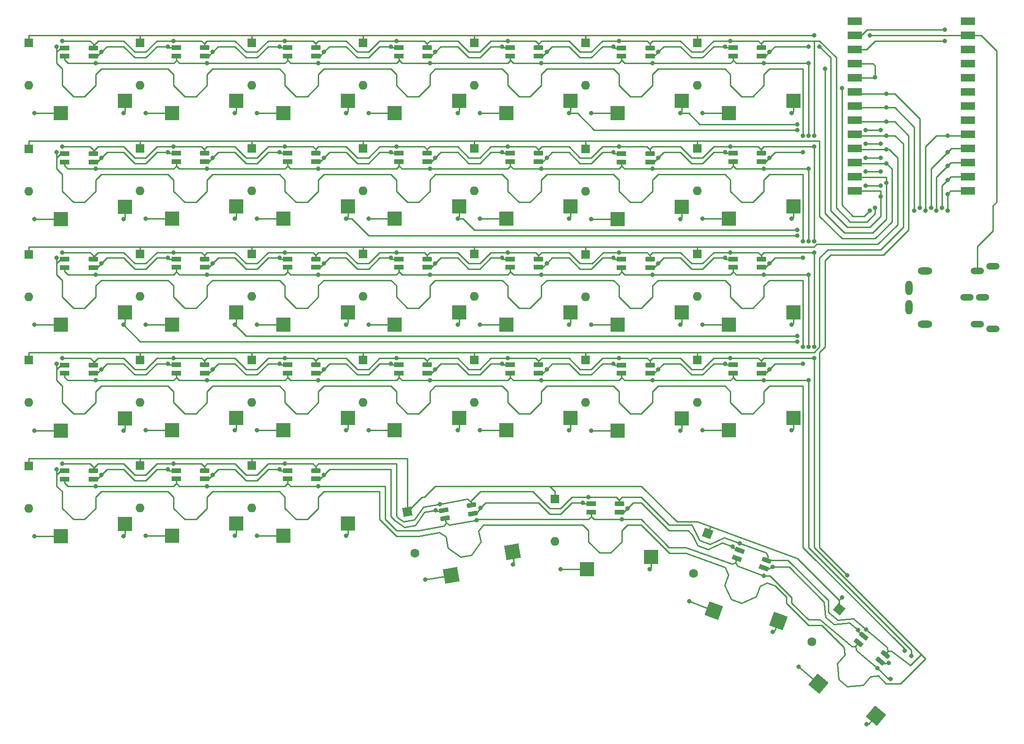
<source format=gbr>
%TF.GenerationSoftware,KiCad,Pcbnew,7.0.7*%
%TF.CreationDate,2023-09-03T20:27:55-07:00*%
%TF.ProjectId,keyboard,6b657962-6f61-4726-942e-6b696361645f,rev?*%
%TF.SameCoordinates,Original*%
%TF.FileFunction,Copper,L1,Top*%
%TF.FilePolarity,Positive*%
%FSLAX46Y46*%
G04 Gerber Fmt 4.6, Leading zero omitted, Abs format (unit mm)*
G04 Created by KiCad (PCBNEW 7.0.7) date 2023-09-03 20:27:55*
%MOMM*%
%LPD*%
G01*
G04 APERTURE LIST*
G04 Aperture macros list*
%AMRoundRect*
0 Rectangle with rounded corners*
0 $1 Rounding radius*
0 $2 $3 $4 $5 $6 $7 $8 $9 X,Y pos of 4 corners*
0 Add a 4 corners polygon primitive as box body*
4,1,4,$2,$3,$4,$5,$6,$7,$8,$9,$2,$3,0*
0 Add four circle primitives for the rounded corners*
1,1,$1+$1,$2,$3*
1,1,$1+$1,$4,$5*
1,1,$1+$1,$6,$7*
1,1,$1+$1,$8,$9*
0 Add four rect primitives between the rounded corners*
20,1,$1+$1,$2,$3,$4,$5,0*
20,1,$1+$1,$4,$5,$6,$7,0*
20,1,$1+$1,$6,$7,$8,$9,0*
20,1,$1+$1,$8,$9,$2,$3,0*%
%AMHorizOval*
0 Thick line with rounded ends*
0 $1 width*
0 $2 $3 position (X,Y) of the first rounded end (center of the circle)*
0 $4 $5 position (X,Y) of the second rounded end (center of the circle)*
0 Add line between two ends*
20,1,$1,$2,$3,$4,$5,0*
0 Add two circle primitives to create the rounded ends*
1,1,$1,$2,$3*
1,1,$1,$4,$5*%
%AMRotRect*
0 Rectangle, with rotation*
0 The origin of the aperture is its center*
0 $1 length*
0 $2 width*
0 $3 Rotation angle, in degrees counterclockwise*
0 Add horizontal line*
21,1,$1,$2,0,0,$3*%
G04 Aperture macros list end*
%TA.AperFunction,ComponentPad*%
%ADD10O,2.416000X1.208000*%
%TD*%
%TA.AperFunction,ComponentPad*%
%ADD11O,2.616000X1.308000*%
%TD*%
%TA.AperFunction,ComponentPad*%
%ADD12O,1.308000X2.616000*%
%TD*%
%TA.AperFunction,SMDPad,CuDef*%
%ADD13R,2.600000X2.600000*%
%TD*%
%TA.AperFunction,ComponentPad*%
%ADD14R,1.600000X1.600000*%
%TD*%
%TA.AperFunction,ComponentPad*%
%ADD15O,1.600000X1.600000*%
%TD*%
%TA.AperFunction,SMDPad,CuDef*%
%ADD16RotRect,2.600000X2.600000X340.000000*%
%TD*%
%TA.AperFunction,SMDPad,CuDef*%
%ADD17R,1.700000X0.820000*%
%TD*%
%TA.AperFunction,SMDPad,CuDef*%
%ADD18RoundRect,0.205000X-0.645000X-0.205000X0.645000X-0.205000X0.645000X0.205000X-0.645000X0.205000X0*%
%TD*%
%TA.AperFunction,SMDPad,CuDef*%
%ADD19RotRect,2.600000X2.600000X10.000000*%
%TD*%
%TA.AperFunction,SMDPad,CuDef*%
%ADD20RotRect,1.700000X0.820000X340.000000*%
%TD*%
%TA.AperFunction,SMDPad,CuDef*%
%ADD21RoundRect,0.205000X-0.676216X0.027966X0.535988X-0.413240X0.676216X-0.027966X-0.535988X0.413240X0*%
%TD*%
%TA.AperFunction,SMDPad,CuDef*%
%ADD22RotRect,1.700000X0.820000X320.000000*%
%TD*%
%TA.AperFunction,SMDPad,CuDef*%
%ADD23RoundRect,0.205000X-0.625870X0.257559X0.362327X-0.571637X0.625870X-0.257559X-0.362327X0.571637X0*%
%TD*%
%TA.AperFunction,ComponentPad*%
%ADD24RotRect,1.600000X1.600000X230.000000*%
%TD*%
%TA.AperFunction,ComponentPad*%
%ADD25HorizOval,1.600000X0.000000X0.000000X0.000000X0.000000X0*%
%TD*%
%TA.AperFunction,SMDPad,CuDef*%
%ADD26RotRect,2.600000X2.600000X320.000000*%
%TD*%
%TA.AperFunction,ComponentPad*%
%ADD27RotRect,1.600000X1.600000X250.000000*%
%TD*%
%TA.AperFunction,ComponentPad*%
%ADD28HorizOval,1.600000X0.000000X0.000000X0.000000X0.000000X0*%
%TD*%
%TA.AperFunction,SMDPad,CuDef*%
%ADD29RotRect,1.700000X0.820000X10.000000*%
%TD*%
%TA.AperFunction,SMDPad,CuDef*%
%ADD30RoundRect,0.205000X-0.599603X-0.313889X0.670799X-0.089883X0.599603X0.313889X-0.670799X0.089883X0*%
%TD*%
%TA.AperFunction,ComponentPad*%
%ADD31RotRect,1.600000X1.600000X280.000000*%
%TD*%
%TA.AperFunction,ComponentPad*%
%ADD32HorizOval,1.600000X0.000000X0.000000X0.000000X0.000000X0*%
%TD*%
%TA.AperFunction,SMDPad,CuDef*%
%ADD33R,2.610000X1.400000*%
%TD*%
%TA.AperFunction,ViaPad*%
%ADD34C,0.800000*%
%TD*%
%TA.AperFunction,Conductor*%
%ADD35C,0.250000*%
%TD*%
G04 APERTURE END LIST*
D10*
%TO.P,REF\u002A\u002A,1*%
%TO.N,N/C*%
X224150000Y-76720000D03*
%TO.P,REF\u002A\u002A,2*%
X219450000Y-71120000D03*
D11*
%TO.P,REF\u002A\u002A,3*%
X211950000Y-75920000D03*
D10*
%TO.P,REF\u002A\u002A,4*%
X222250000Y-71120000D03*
D12*
%TO.P,REF\u002A\u002A,5*%
X209050000Y-72820000D03*
D10*
%TO.P,REF\u002A\u002A,6*%
X221350000Y-75920000D03*
%TD*%
%TO.P,REF\u002A\u002A,1*%
%TO.N,N/C*%
X224155000Y-65520000D03*
%TO.P,REF\u002A\u002A,4*%
X222255000Y-71120000D03*
%TO.P,REF\u002A\u002A,6*%
X221355000Y-66320000D03*
%TO.P,REF\u002A\u002A,2*%
X219455000Y-71120000D03*
D11*
%TO.P,REF\u002A\u002A,3*%
X211955000Y-66320000D03*
D12*
%TO.P,REF\u002A\u002A,5*%
X209055000Y-69420000D03*
%TD*%
D13*
%TO.P,REF\u002A\u002A,1*%
%TO.N,N/C*%
X96725000Y-94950000D03*
%TO.P,REF\u002A\u002A,2*%
X108275000Y-92750000D03*
%TD*%
D14*
%TO.P,REF\u002A\u002A,1*%
%TO.N,N/C*%
X51000000Y-82380000D03*
D15*
%TO.P,REF\u002A\u002A,2*%
X51000000Y-90000000D03*
%TD*%
D16*
%TO.P,REF\u002A\u002A,1*%
%TO.N,N/C*%
X174002870Y-127343518D03*
%TO.P,REF\u002A\u002A,2*%
X185608764Y-129226527D03*
%TD*%
D13*
%TO.P,REF\u002A\u002A,1*%
%TO.N,N/C*%
X136725000Y-56950000D03*
%TO.P,REF\u002A\u002A,2*%
X148275000Y-54750000D03*
%TD*%
D17*
%TO.P,REF\u002A\u002A,1*%
%TO.N,N/C*%
X157450000Y-84750000D03*
%TO.P,REF\u002A\u002A,2*%
X157450000Y-83250000D03*
D18*
%TO.P,REF\u002A\u002A,3*%
X162550000Y-83250000D03*
D17*
%TO.P,REF\u002A\u002A,4*%
X162550000Y-84750000D03*
%TD*%
D14*
%TO.P,REF\u002A\u002A,1*%
%TO.N,N/C*%
X51000000Y-63380000D03*
D15*
%TO.P,REF\u002A\u002A,2*%
X51000000Y-71000000D03*
%TD*%
D17*
%TO.P,REF\u002A\u002A,1*%
%TO.N,N/C*%
X77450000Y-84700000D03*
%TO.P,REF\u002A\u002A,2*%
X77450000Y-83200000D03*
D18*
%TO.P,REF\u002A\u002A,3*%
X82550000Y-83200000D03*
D17*
%TO.P,REF\u002A\u002A,4*%
X82550000Y-84700000D03*
%TD*%
D13*
%TO.P,REF\u002A\u002A,1*%
%TO.N,N/C*%
X56725000Y-76000000D03*
%TO.P,REF\u002A\u002A,2*%
X68275000Y-73800000D03*
%TD*%
D17*
%TO.P,REF\u002A\u002A,1*%
%TO.N,N/C*%
X157450000Y-46750000D03*
%TO.P,REF\u002A\u002A,2*%
X157450000Y-45250000D03*
D18*
%TO.P,REF\u002A\u002A,3*%
X162550000Y-45250000D03*
D17*
%TO.P,REF\u002A\u002A,4*%
X162550000Y-46750000D03*
%TD*%
%TO.P,REF\u002A\u002A,1*%
%TO.N,N/C*%
X97450000Y-27700000D03*
%TO.P,REF\u002A\u002A,2*%
X97450000Y-26200000D03*
D18*
%TO.P,REF\u002A\u002A,3*%
X102550000Y-26200000D03*
D17*
%TO.P,REF\u002A\u002A,4*%
X102550000Y-27700000D03*
%TD*%
D13*
%TO.P,REF\u002A\u002A,1*%
%TO.N,N/C*%
X76725000Y-37950000D03*
%TO.P,REF\u002A\u002A,2*%
X88275000Y-35750000D03*
%TD*%
D14*
%TO.P,REF\u002A\u002A,1*%
%TO.N,N/C*%
X111000000Y-44330000D03*
D15*
%TO.P,REF\u002A\u002A,2*%
X111000000Y-51950000D03*
%TD*%
D17*
%TO.P,REF\u002A\u002A,1*%
%TO.N,N/C*%
X177450000Y-46700000D03*
%TO.P,REF\u002A\u002A,2*%
X177450000Y-45200000D03*
D18*
%TO.P,REF\u002A\u002A,3*%
X182550000Y-45200000D03*
D17*
%TO.P,REF\u002A\u002A,4*%
X182550000Y-46700000D03*
%TD*%
%TO.P,REF\u002A\u002A,1*%
%TO.N,N/C*%
X151949999Y-109699999D03*
%TO.P,REF\u002A\u002A,2*%
X151949999Y-108199999D03*
D18*
%TO.P,REF\u002A\u002A,3*%
X157049999Y-108199999D03*
D17*
%TO.P,REF\u002A\u002A,4*%
X157049999Y-109699999D03*
%TD*%
D14*
%TO.P,REF\u002A\u002A,1*%
%TO.N,N/C*%
X131000000Y-25330000D03*
D15*
%TO.P,REF\u002A\u002A,2*%
X131000000Y-32950000D03*
%TD*%
D14*
%TO.P,REF\u002A\u002A,1*%
%TO.N,N/C*%
X111000000Y-82330000D03*
D15*
%TO.P,REF\u002A\u002A,2*%
X111000000Y-89950000D03*
%TD*%
D19*
%TO.P,REF\u002A\u002A,1*%
%TO.N,N/C*%
X126819526Y-121011139D03*
%TO.P,REF\u002A\u002A,2*%
X137812030Y-116838925D03*
%TD*%
D13*
%TO.P,REF\u002A\u002A,1*%
%TO.N,N/C*%
X136725000Y-94950000D03*
%TO.P,REF\u002A\u002A,2*%
X148275000Y-92750000D03*
%TD*%
D14*
%TO.P,REF\u002A\u002A,1*%
%TO.N,N/C*%
X171000000Y-44330000D03*
D15*
%TO.P,REF\u002A\u002A,2*%
X171000000Y-51950000D03*
%TD*%
D14*
%TO.P,REF\u002A\u002A,1*%
%TO.N,N/C*%
X171000000Y-25330000D03*
D15*
%TO.P,REF\u002A\u002A,2*%
X171000000Y-32950000D03*
%TD*%
D17*
%TO.P,REF\u002A\u002A,1*%
%TO.N,N/C*%
X177450000Y-27700000D03*
%TO.P,REF\u002A\u002A,2*%
X177450000Y-26200000D03*
D18*
%TO.P,REF\u002A\u002A,3*%
X182550000Y-26200000D03*
D17*
%TO.P,REF\u002A\u002A,4*%
X182550000Y-27700000D03*
%TD*%
D13*
%TO.P,REF\u002A\u002A,1*%
%TO.N,N/C*%
X96725000Y-37950000D03*
%TO.P,REF\u002A\u002A,2*%
X108275000Y-35750000D03*
%TD*%
D14*
%TO.P,REF\u002A\u002A,1*%
%TO.N,N/C*%
X51000000Y-101380000D03*
D15*
%TO.P,REF\u002A\u002A,2*%
X51000000Y-109000000D03*
%TD*%
D14*
%TO.P,REF\u002A\u002A,1*%
%TO.N,N/C*%
X131000000Y-63330000D03*
D15*
%TO.P,REF\u002A\u002A,2*%
X131000000Y-70950000D03*
%TD*%
D17*
%TO.P,REF\u002A\u002A,1*%
%TO.N,N/C*%
X137450000Y-46700000D03*
%TO.P,REF\u002A\u002A,2*%
X137450000Y-45200000D03*
D18*
%TO.P,REF\u002A\u002A,3*%
X142550000Y-45200000D03*
D17*
%TO.P,REF\u002A\u002A,4*%
X142550000Y-46700000D03*
%TD*%
D20*
%TO.P,REF\u002A\u002A,1*%
%TO.N,N/C*%
X178189853Y-117959633D03*
%TO.P,REF\u002A\u002A,2*%
X178702883Y-116550094D03*
D21*
%TO.P,REF\u002A\u002A,3*%
X183495315Y-118294397D03*
D20*
%TO.P,REF\u002A\u002A,4*%
X182982285Y-119703936D03*
%TD*%
D17*
%TO.P,REF\u002A\u002A,1*%
%TO.N,N/C*%
X157450000Y-27750000D03*
%TO.P,REF\u002A\u002A,2*%
X157450000Y-26250000D03*
D18*
%TO.P,REF\u002A\u002A,3*%
X162550000Y-26250000D03*
D17*
%TO.P,REF\u002A\u002A,4*%
X162550000Y-27750000D03*
%TD*%
%TO.P,REF\u002A\u002A,1*%
%TO.N,N/C*%
X57450000Y-103750000D03*
%TO.P,REF\u002A\u002A,2*%
X57450000Y-102250000D03*
D18*
%TO.P,REF\u002A\u002A,3*%
X62550000Y-102250000D03*
D17*
%TO.P,REF\u002A\u002A,4*%
X62550000Y-103750000D03*
%TD*%
%TO.P,REF\u002A\u002A,1*%
%TO.N,N/C*%
X117450000Y-84700000D03*
%TO.P,REF\u002A\u002A,2*%
X117450000Y-83200000D03*
D18*
%TO.P,REF\u002A\u002A,3*%
X122550000Y-83200000D03*
D17*
%TO.P,REF\u002A\u002A,4*%
X122550000Y-84700000D03*
%TD*%
D13*
%TO.P,REF\u002A\u002A,1*%
%TO.N,N/C*%
X76725000Y-75950000D03*
%TO.P,REF\u002A\u002A,2*%
X88275000Y-73750000D03*
%TD*%
%TO.P,REF\u002A\u002A,1*%
%TO.N,N/C*%
X156725000Y-76000000D03*
%TO.P,REF\u002A\u002A,2*%
X168275000Y-73800000D03*
%TD*%
D14*
%TO.P,REF\u002A\u002A,1*%
%TO.N,N/C*%
X51000000Y-44380000D03*
D15*
%TO.P,REF\u002A\u002A,2*%
X51000000Y-52000000D03*
%TD*%
D17*
%TO.P,REF\u002A\u002A,1*%
%TO.N,N/C*%
X137450000Y-27700000D03*
%TO.P,REF\u002A\u002A,2*%
X137450000Y-26200000D03*
D18*
%TO.P,REF\u002A\u002A,3*%
X142550000Y-26200000D03*
D17*
%TO.P,REF\u002A\u002A,4*%
X142550000Y-27700000D03*
%TD*%
%TO.P,REF\u002A\u002A,1*%
%TO.N,N/C*%
X77450000Y-103700000D03*
%TO.P,REF\u002A\u002A,2*%
X77450000Y-102200000D03*
D18*
%TO.P,REF\u002A\u002A,3*%
X82550000Y-102200000D03*
D17*
%TO.P,REF\u002A\u002A,4*%
X82550000Y-103700000D03*
%TD*%
%TO.P,REF\u002A\u002A,1*%
%TO.N,N/C*%
X77450000Y-46700000D03*
%TO.P,REF\u002A\u002A,2*%
X77450000Y-45200000D03*
D18*
%TO.P,REF\u002A\u002A,3*%
X82550000Y-45200000D03*
D17*
%TO.P,REF\u002A\u002A,4*%
X82550000Y-46700000D03*
%TD*%
D14*
%TO.P,REF\u002A\u002A,1*%
%TO.N,N/C*%
X171000000Y-63330000D03*
D15*
%TO.P,REF\u002A\u002A,2*%
X171000000Y-70950000D03*
%TD*%
D13*
%TO.P,REF\u002A\u002A,1*%
%TO.N,N/C*%
X56725000Y-95000000D03*
%TO.P,REF\u002A\u002A,2*%
X68275000Y-92800000D03*
%TD*%
D17*
%TO.P,REF\u002A\u002A,1*%
%TO.N,N/C*%
X97450000Y-103700000D03*
%TO.P,REF\u002A\u002A,2*%
X97450000Y-102200000D03*
D18*
%TO.P,REF\u002A\u002A,3*%
X102550000Y-102200000D03*
D17*
%TO.P,REF\u002A\u002A,4*%
X102550000Y-103700000D03*
%TD*%
D22*
%TO.P,REF\u002A\u002A,1*%
%TO.N,N/C*%
X199972892Y-133125980D03*
%TO.P,REF\u002A\u002A,2*%
X200937073Y-131976913D03*
D23*
%TO.P,REF\u002A\u002A,3*%
X204843900Y-135255130D03*
D22*
%TO.P,REF\u002A\u002A,4*%
X203879719Y-136404197D03*
%TD*%
D17*
%TO.P,REF\u002A\u002A,1*%
%TO.N,N/C*%
X57450000Y-84750000D03*
%TO.P,REF\u002A\u002A,2*%
X57450000Y-83250000D03*
D18*
%TO.P,REF\u002A\u002A,3*%
X62550000Y-83250000D03*
D17*
%TO.P,REF\u002A\u002A,4*%
X62550000Y-84750000D03*
%TD*%
D14*
%TO.P,REF\u002A\u002A,1*%
%TO.N,N/C*%
X171000000Y-82330000D03*
D15*
%TO.P,REF\u002A\u002A,2*%
X171000000Y-89950000D03*
%TD*%
D13*
%TO.P,REF\u002A\u002A,1*%
%TO.N,N/C*%
X116725000Y-75950000D03*
%TO.P,REF\u002A\u002A,2*%
X128275000Y-73750000D03*
%TD*%
%TO.P,REF\u002A\u002A,1*%
%TO.N,N/C*%
X176725000Y-94950000D03*
%TO.P,REF\u002A\u002A,2*%
X188275000Y-92750000D03*
%TD*%
%TO.P,REF\u002A\u002A,1*%
%TO.N,N/C*%
X116725000Y-37950000D03*
%TO.P,REF\u002A\u002A,2*%
X128275000Y-35750000D03*
%TD*%
D24*
%TO.P,REF\u002A\u002A,1*%
%TO.N,N/C*%
X196555312Y-127164475D03*
D25*
%TO.P,REF\u002A\u002A,2*%
X191657270Y-133001734D03*
%TD*%
D14*
%TO.P,REF\u002A\u002A,1*%
%TO.N,N/C*%
X151000000Y-82380000D03*
D15*
%TO.P,REF\u002A\u002A,2*%
X151000000Y-90000000D03*
%TD*%
D17*
%TO.P,REF\u002A\u002A,1*%
%TO.N,N/C*%
X137450000Y-84700000D03*
%TO.P,REF\u002A\u002A,2*%
X137450000Y-83200000D03*
D18*
%TO.P,REF\u002A\u002A,3*%
X142550000Y-83200000D03*
D17*
%TO.P,REF\u002A\u002A,4*%
X142550000Y-84700000D03*
%TD*%
D14*
%TO.P,REF\u002A\u002A,1*%
%TO.N,N/C*%
X131000000Y-44330000D03*
D15*
%TO.P,REF\u002A\u002A,2*%
X131000000Y-51950000D03*
%TD*%
D14*
%TO.P,REF\u002A\u002A,1*%
%TO.N,N/C*%
X145500000Y-107329999D03*
D15*
%TO.P,REF\u002A\u002A,2*%
X145500000Y-114949999D03*
%TD*%
D13*
%TO.P,REF\u002A\u002A,1*%
%TO.N,N/C*%
X56725000Y-114000000D03*
%TO.P,REF\u002A\u002A,2*%
X68275000Y-111800000D03*
%TD*%
%TO.P,REF\u002A\u002A,1*%
%TO.N,N/C*%
X56725000Y-57000000D03*
%TO.P,REF\u002A\u002A,2*%
X68275000Y-54800000D03*
%TD*%
D17*
%TO.P,REF\u002A\u002A,1*%
%TO.N,N/C*%
X77450000Y-27700000D03*
%TO.P,REF\u002A\u002A,2*%
X77450000Y-26200000D03*
D18*
%TO.P,REF\u002A\u002A,3*%
X82550000Y-26200000D03*
D17*
%TO.P,REF\u002A\u002A,4*%
X82550000Y-27700000D03*
%TD*%
%TO.P,REF\u002A\u002A,1*%
%TO.N,N/C*%
X77450000Y-65700000D03*
%TO.P,REF\u002A\u002A,2*%
X77450000Y-64200000D03*
D18*
%TO.P,REF\u002A\u002A,3*%
X82550000Y-64200000D03*
D17*
%TO.P,REF\u002A\u002A,4*%
X82550000Y-65700000D03*
%TD*%
D14*
%TO.P,REF\u002A\u002A,1*%
%TO.N,N/C*%
X91000000Y-25330000D03*
D15*
%TO.P,REF\u002A\u002A,2*%
X91000000Y-32950000D03*
%TD*%
D17*
%TO.P,REF\u002A\u002A,1*%
%TO.N,N/C*%
X97450000Y-46700000D03*
%TO.P,REF\u002A\u002A,2*%
X97450000Y-45200000D03*
D18*
%TO.P,REF\u002A\u002A,3*%
X102550000Y-45200000D03*
D17*
%TO.P,REF\u002A\u002A,4*%
X102550000Y-46700000D03*
%TD*%
D14*
%TO.P,REF\u002A\u002A,1*%
%TO.N,N/C*%
X151000000Y-44380000D03*
D15*
%TO.P,REF\u002A\u002A,2*%
X151000000Y-52000000D03*
%TD*%
D13*
%TO.P,REF\u002A\u002A,1*%
%TO.N,N/C*%
X176725000Y-56950000D03*
%TO.P,REF\u002A\u002A,2*%
X188275000Y-54750000D03*
%TD*%
%TO.P,REF\u002A\u002A,1*%
%TO.N,N/C*%
X96725000Y-113950000D03*
%TO.P,REF\u002A\u002A,2*%
X108275000Y-111750000D03*
%TD*%
D17*
%TO.P,REF\u002A\u002A,1*%
%TO.N,N/C*%
X57450000Y-27750000D03*
%TO.P,REF\u002A\u002A,2*%
X57450000Y-26250000D03*
D18*
%TO.P,REF\u002A\u002A,3*%
X62550000Y-26250000D03*
D17*
%TO.P,REF\u002A\u002A,4*%
X62550000Y-27750000D03*
%TD*%
%TO.P,REF\u002A\u002A,1*%
%TO.N,N/C*%
X57450000Y-46750000D03*
%TO.P,REF\u002A\u002A,2*%
X57450000Y-45250000D03*
D18*
%TO.P,REF\u002A\u002A,3*%
X62550000Y-45250000D03*
D17*
%TO.P,REF\u002A\u002A,4*%
X62550000Y-46750000D03*
%TD*%
D14*
%TO.P,REF\u002A\u002A,1*%
%TO.N,N/C*%
X71000000Y-82330000D03*
D15*
%TO.P,REF\u002A\u002A,2*%
X71000000Y-89950000D03*
%TD*%
D17*
%TO.P,REF\u002A\u002A,1*%
%TO.N,N/C*%
X97450000Y-65700000D03*
%TO.P,REF\u002A\u002A,2*%
X97450000Y-64200000D03*
D18*
%TO.P,REF\u002A\u002A,3*%
X102550000Y-64200000D03*
D17*
%TO.P,REF\u002A\u002A,4*%
X102550000Y-65700000D03*
%TD*%
D14*
%TO.P,REF\u002A\u002A,1*%
%TO.N,N/C*%
X111000000Y-63330000D03*
D15*
%TO.P,REF\u002A\u002A,2*%
X111000000Y-70950000D03*
%TD*%
D13*
%TO.P,REF\u002A\u002A,1*%
%TO.N,N/C*%
X176725000Y-37950000D03*
%TO.P,REF\u002A\u002A,2*%
X188275000Y-35750000D03*
%TD*%
D14*
%TO.P,REF\u002A\u002A,1*%
%TO.N,N/C*%
X71000000Y-25330000D03*
D15*
%TO.P,REF\u002A\u002A,2*%
X71000000Y-32950000D03*
%TD*%
D17*
%TO.P,REF\u002A\u002A,1*%
%TO.N,N/C*%
X177450000Y-84700000D03*
%TO.P,REF\u002A\u002A,2*%
X177450000Y-83200000D03*
D18*
%TO.P,REF\u002A\u002A,3*%
X182550000Y-83200000D03*
D17*
%TO.P,REF\u002A\u002A,4*%
X182550000Y-84700000D03*
%TD*%
D13*
%TO.P,REF\u002A\u002A,1*%
%TO.N,N/C*%
X76725000Y-113950000D03*
%TO.P,REF\u002A\u002A,2*%
X88275000Y-111750000D03*
%TD*%
%TO.P,REF\u002A\u002A,1*%
%TO.N,N/C*%
X156725000Y-38000000D03*
%TO.P,REF\u002A\u002A,2*%
X168275000Y-35800000D03*
%TD*%
D14*
%TO.P,REF\u002A\u002A,1*%
%TO.N,N/C*%
X111000000Y-25330000D03*
D15*
%TO.P,REF\u002A\u002A,2*%
X111000000Y-32950000D03*
%TD*%
D26*
%TO.P,REF\u002A\u002A,1*%
%TO.N,N/C*%
X192828935Y-140511916D03*
%TO.P,REF\u002A\u002A,2*%
X203090881Y-146250815D03*
%TD*%
D14*
%TO.P,REF\u002A\u002A,1*%
%TO.N,N/C*%
X71000000Y-101330000D03*
D15*
%TO.P,REF\u002A\u002A,2*%
X71000000Y-108950000D03*
%TD*%
D13*
%TO.P,REF\u002A\u002A,1*%
%TO.N,N/C*%
X156725000Y-57000000D03*
%TO.P,REF\u002A\u002A,2*%
X168275000Y-54800000D03*
%TD*%
%TO.P,REF\u002A\u002A,1*%
%TO.N,N/C*%
X96725000Y-75950000D03*
%TO.P,REF\u002A\u002A,2*%
X108275000Y-73750000D03*
%TD*%
D17*
%TO.P,REF\u002A\u002A,1*%
%TO.N,N/C*%
X137450000Y-65700000D03*
%TO.P,REF\u002A\u002A,2*%
X137450000Y-64200000D03*
D18*
%TO.P,REF\u002A\u002A,3*%
X142550000Y-64200000D03*
D17*
%TO.P,REF\u002A\u002A,4*%
X142550000Y-65700000D03*
%TD*%
D14*
%TO.P,REF\u002A\u002A,1*%
%TO.N,N/C*%
X151000000Y-63380000D03*
D15*
%TO.P,REF\u002A\u002A,2*%
X151000000Y-71000000D03*
%TD*%
D13*
%TO.P,REF\u002A\u002A,1*%
%TO.N,N/C*%
X136725000Y-37950000D03*
%TO.P,REF\u002A\u002A,2*%
X148275000Y-35750000D03*
%TD*%
D17*
%TO.P,REF\u002A\u002A,1*%
%TO.N,N/C*%
X117450000Y-27700000D03*
%TO.P,REF\u002A\u002A,2*%
X117450000Y-26200000D03*
D18*
%TO.P,REF\u002A\u002A,3*%
X122550000Y-26200000D03*
D17*
%TO.P,REF\u002A\u002A,4*%
X122550000Y-27700000D03*
%TD*%
D14*
%TO.P,REF\u002A\u002A,1*%
%TO.N,N/C*%
X71000000Y-44330000D03*
D15*
%TO.P,REF\u002A\u002A,2*%
X71000000Y-51950000D03*
%TD*%
D13*
%TO.P,REF\u002A\u002A,1*%
%TO.N,N/C*%
X76725000Y-94950000D03*
%TO.P,REF\u002A\u002A,2*%
X88275000Y-92750000D03*
%TD*%
D17*
%TO.P,REF\u002A\u002A,1*%
%TO.N,N/C*%
X57450000Y-65750000D03*
%TO.P,REF\u002A\u002A,2*%
X57450000Y-64250000D03*
D18*
%TO.P,REF\u002A\u002A,3*%
X62550000Y-64250000D03*
D17*
%TO.P,REF\u002A\u002A,4*%
X62550000Y-65750000D03*
%TD*%
D13*
%TO.P,REF\u002A\u002A,1*%
%TO.N,N/C*%
X176725000Y-75950000D03*
%TO.P,REF\u002A\u002A,2*%
X188275000Y-73750000D03*
%TD*%
%TO.P,REF\u002A\u002A,1*%
%TO.N,N/C*%
X116725000Y-94950000D03*
%TO.P,REF\u002A\u002A,2*%
X128275000Y-92750000D03*
%TD*%
D14*
%TO.P,REF\u002A\u002A,1*%
%TO.N,N/C*%
X91000000Y-82330000D03*
D15*
%TO.P,REF\u002A\u002A,2*%
X91000000Y-89950000D03*
%TD*%
D17*
%TO.P,REF\u002A\u002A,1*%
%TO.N,N/C*%
X177450000Y-65700000D03*
%TO.P,REF\u002A\u002A,2*%
X177450000Y-64200000D03*
D18*
%TO.P,REF\u002A\u002A,3*%
X182550000Y-64200000D03*
D17*
%TO.P,REF\u002A\u002A,4*%
X182550000Y-65700000D03*
%TD*%
D13*
%TO.P,REF\u002A\u002A,1*%
%TO.N,N/C*%
X156725000Y-95000000D03*
%TO.P,REF\u002A\u002A,2*%
X168275000Y-92800000D03*
%TD*%
D17*
%TO.P,REF\u002A\u002A,1*%
%TO.N,N/C*%
X157450000Y-65750000D03*
%TO.P,REF\u002A\u002A,2*%
X157450000Y-64250000D03*
D18*
%TO.P,REF\u002A\u002A,3*%
X162550000Y-64250000D03*
D17*
%TO.P,REF\u002A\u002A,4*%
X162550000Y-65750000D03*
%TD*%
D14*
%TO.P,REF\u002A\u002A,1*%
%TO.N,N/C*%
X91000000Y-101330000D03*
D15*
%TO.P,REF\u002A\u002A,2*%
X91000000Y-108950000D03*
%TD*%
D27*
%TO.P,REF\u002A\u002A,1*%
%TO.N,N/C*%
X172939424Y-113526532D03*
D28*
%TO.P,REF\u002A\u002A,2*%
X170333231Y-120686990D03*
%TD*%
D13*
%TO.P,REF\u002A\u002A,1*%
%TO.N,N/C*%
X151225000Y-119950000D03*
%TO.P,REF\u002A\u002A,2*%
X162775000Y-117750000D03*
%TD*%
D29*
%TO.P,REF\u002A\u002A,1*%
%TO.N,N/C*%
X125753618Y-110790964D03*
%TO.P,REF\u002A\u002A,2*%
X125493146Y-109313752D03*
D30*
%TO.P,REF\u002A\u002A,3*%
X130515666Y-108428146D03*
D29*
%TO.P,REF\u002A\u002A,4*%
X130776138Y-109905358D03*
%TD*%
D14*
%TO.P,REF\u002A\u002A,1*%
%TO.N,N/C*%
X151000000Y-25380000D03*
D15*
%TO.P,REF\u002A\u002A,2*%
X151000000Y-33000000D03*
%TD*%
D17*
%TO.P,REF\u002A\u002A,1*%
%TO.N,N/C*%
X97450000Y-84700000D03*
%TO.P,REF\u002A\u002A,2*%
X97450000Y-83200000D03*
D18*
%TO.P,REF\u002A\u002A,3*%
X102550000Y-83200000D03*
D17*
%TO.P,REF\u002A\u002A,4*%
X102550000Y-84700000D03*
%TD*%
D13*
%TO.P,REF\u002A\u002A,1*%
%TO.N,N/C*%
X56725000Y-38000000D03*
%TO.P,REF\u002A\u002A,2*%
X68275000Y-35800000D03*
%TD*%
%TO.P,REF\u002A\u002A,1*%
%TO.N,N/C*%
X116725000Y-56950000D03*
%TO.P,REF\u002A\u002A,2*%
X128275000Y-54750000D03*
%TD*%
D14*
%TO.P,REF\u002A\u002A,1*%
%TO.N,N/C*%
X51000000Y-25380000D03*
D15*
%TO.P,REF\u002A\u002A,2*%
X51000000Y-33000000D03*
%TD*%
D14*
%TO.P,REF\u002A\u002A,1*%
%TO.N,N/C*%
X71000000Y-63330000D03*
D15*
%TO.P,REF\u002A\u002A,2*%
X71000000Y-70950000D03*
%TD*%
D17*
%TO.P,REF\u002A\u002A,1*%
%TO.N,N/C*%
X117450000Y-65700000D03*
%TO.P,REF\u002A\u002A,2*%
X117450000Y-64200000D03*
D18*
%TO.P,REF\u002A\u002A,3*%
X122550000Y-64200000D03*
D17*
%TO.P,REF\u002A\u002A,4*%
X122550000Y-65700000D03*
%TD*%
D31*
%TO.P,REF\u002A\u002A,1*%
%TO.N,N/C*%
X118990062Y-109577000D03*
D32*
%TO.P,REF\u002A\u002A,2*%
X120313261Y-117081235D03*
%TD*%
D13*
%TO.P,REF\u002A\u002A,1*%
%TO.N,N/C*%
X76725000Y-56950000D03*
%TO.P,REF\u002A\u002A,2*%
X88275000Y-54750000D03*
%TD*%
D17*
%TO.P,REF\u002A\u002A,1*%
%TO.N,N/C*%
X117450000Y-46700000D03*
%TO.P,REF\u002A\u002A,2*%
X117450000Y-45200000D03*
D18*
%TO.P,REF\u002A\u002A,3*%
X122550000Y-45200000D03*
D17*
%TO.P,REF\u002A\u002A,4*%
X122550000Y-46700000D03*
%TD*%
D14*
%TO.P,REF\u002A\u002A,1*%
%TO.N,N/C*%
X91000000Y-63330000D03*
D15*
%TO.P,REF\u002A\u002A,2*%
X91000000Y-70950000D03*
%TD*%
D14*
%TO.P,REF\u002A\u002A,1*%
%TO.N,N/C*%
X91000000Y-44330000D03*
D15*
%TO.P,REF\u002A\u002A,2*%
X91000000Y-51950000D03*
%TD*%
D14*
%TO.P,REF\u002A\u002A,1*%
%TO.N,N/C*%
X131000000Y-82330000D03*
D15*
%TO.P,REF\u002A\u002A,2*%
X131000000Y-89950000D03*
%TD*%
D13*
%TO.P,REF\u002A\u002A,1*%
%TO.N,N/C*%
X136725000Y-75950000D03*
%TO.P,REF\u002A\u002A,2*%
X148275000Y-73750000D03*
%TD*%
%TO.P,REF\u002A\u002A,1*%
%TO.N,N/C*%
X96725000Y-56950000D03*
%TO.P,REF\u002A\u002A,2*%
X108275000Y-54750000D03*
%TD*%
D33*
%TO.P,REF\u002A\u002A,2*%
%TO.N,N/C*%
X219660000Y-21490000D03*
%TO.P,REF\u002A\u002A,3*%
X219660000Y-24030000D03*
%TO.P,REF\u002A\u002A,4*%
X219660000Y-26570000D03*
%TO.P,REF\u002A\u002A,5*%
X219660000Y-29110000D03*
%TO.P,REF\u002A\u002A,6*%
X219660000Y-31650000D03*
%TO.P,REF\u002A\u002A,7*%
X219660000Y-34190000D03*
%TO.P,REF\u002A\u002A,8*%
X219660000Y-36730000D03*
%TO.P,REF\u002A\u002A,9*%
X219660000Y-39270000D03*
%TO.P,REF\u002A\u002A,10*%
X219660000Y-41810000D03*
%TO.P,REF\u002A\u002A,11*%
X219660000Y-44350000D03*
%TO.P,REF\u002A\u002A,12*%
X219660000Y-46890000D03*
%TO.P,REF\u002A\u002A,13*%
X219660000Y-49430000D03*
%TO.P,REF\u002A\u002A,14*%
X219660000Y-51970000D03*
%TO.P,REF\u002A\u002A,15*%
X199340000Y-21490000D03*
%TO.P,REF\u002A\u002A,16*%
X199340000Y-24030000D03*
%TO.P,REF\u002A\u002A,17*%
X199340000Y-26570000D03*
%TO.P,REF\u002A\u002A,18*%
X199340000Y-29110000D03*
%TO.P,REF\u002A\u002A,19*%
X199340000Y-31650000D03*
%TO.P,REF\u002A\u002A,20*%
X199340000Y-34190000D03*
%TO.P,REF\u002A\u002A,21*%
X199340000Y-36730000D03*
%TO.P,REF\u002A\u002A,22*%
X199340000Y-39270000D03*
%TO.P,REF\u002A\u002A,23*%
X199340000Y-41810000D03*
%TO.P,REF\u002A\u002A,24*%
X199340000Y-44350000D03*
%TO.P,REF\u002A\u002A,25*%
X199340000Y-46890000D03*
%TO.P,REF\u002A\u002A,26*%
X199340000Y-49430000D03*
%TO.P,REF\u002A\u002A,27*%
X199340000Y-51970000D03*
%TD*%
D34*
%TO.N,*%
X203000000Y-55000000D03*
X97000000Y-82000000D03*
X184000000Y-84000000D03*
X189209377Y-137474745D03*
X157000000Y-63000000D03*
X64000000Y-46000000D03*
X189000000Y-59000000D03*
X144000000Y-84000000D03*
X216000000Y-55500000D03*
X204000000Y-51000000D03*
X201466086Y-147759346D03*
X143000000Y-48000000D03*
X184584253Y-119542080D03*
X212000000Y-55500000D03*
X177000000Y-44000000D03*
X88000000Y-94950000D03*
X56000000Y-45000000D03*
X191000000Y-26000000D03*
X152000000Y-57000000D03*
X190000000Y-42000000D03*
X201295000Y-48500000D03*
X128000000Y-75950000D03*
X63000000Y-67000000D03*
X137000000Y-25000000D03*
X103000000Y-105000000D03*
X183000000Y-86000000D03*
X97000000Y-25000000D03*
X56000000Y-64000000D03*
X96000000Y-26000000D03*
X124000000Y-84000000D03*
X116000000Y-64000000D03*
X148000000Y-75950000D03*
X84000000Y-46000000D03*
X92000000Y-56950000D03*
X63000000Y-48000000D03*
X191000000Y-80000000D03*
X112000000Y-37950000D03*
X116000000Y-45000000D03*
X84000000Y-27000000D03*
X88000000Y-56950000D03*
X83000000Y-29000000D03*
X202000000Y-55500000D03*
X83000000Y-105000000D03*
X83000000Y-48000000D03*
X92000000Y-94950000D03*
X136000000Y-83000000D03*
X132000000Y-75950000D03*
X52000000Y-57000000D03*
X216000000Y-50000000D03*
X57000000Y-101000000D03*
X88000000Y-75950000D03*
X152000000Y-95000000D03*
X192000000Y-61000000D03*
X132000000Y-94950000D03*
X143000000Y-86000000D03*
X197000000Y-33500000D03*
X214000000Y-55500000D03*
X92000000Y-113950000D03*
X123000000Y-67000000D03*
X205000000Y-42000000D03*
X124000000Y-65000000D03*
X112000000Y-94950000D03*
X172000000Y-37950000D03*
X97000000Y-63000000D03*
X108000000Y-37950000D03*
X211000000Y-55000000D03*
X143000000Y-67000000D03*
X178690446Y-115268553D03*
X57000000Y-63000000D03*
X177000000Y-82000000D03*
X124841605Y-108210125D03*
X156000000Y-83000000D03*
X197000000Y-125000000D03*
X183000000Y-48000000D03*
X177000000Y-25000000D03*
X184000000Y-46000000D03*
X88000000Y-113950000D03*
X96000000Y-102000000D03*
X201295000Y-41000000D03*
X103000000Y-86000000D03*
X72000000Y-94950000D03*
X188000000Y-75950000D03*
X189000000Y-78000000D03*
X189000000Y-79000000D03*
X84000000Y-65000000D03*
X84000000Y-84000000D03*
X164000000Y-27000000D03*
X192000000Y-24000000D03*
X193000000Y-26000000D03*
X144000000Y-65000000D03*
X128000000Y-94950000D03*
X172000000Y-94950000D03*
X205440434Y-136800007D03*
X56000000Y-102000000D03*
X103000000Y-67000000D03*
X201295000Y-46000000D03*
X123000000Y-86000000D03*
X72000000Y-37950000D03*
X112000000Y-75950000D03*
X188000000Y-37950000D03*
X199954865Y-130891662D03*
X172000000Y-75950000D03*
X104000000Y-27000000D03*
X192000000Y-80000000D03*
X148000000Y-56950000D03*
X123000000Y-48000000D03*
X143000000Y-29000000D03*
X176000000Y-26000000D03*
X136000000Y-45000000D03*
X177000000Y-63000000D03*
X68000000Y-38000000D03*
X52000000Y-76000000D03*
X124000000Y-27000000D03*
X194000000Y-30000000D03*
X76000000Y-83000000D03*
X184000000Y-65000000D03*
X132000000Y-37950000D03*
X124030445Y-109368580D03*
X208280000Y-134620000D03*
X184597902Y-131199795D03*
X137000000Y-82000000D03*
X52000000Y-114000000D03*
X192000000Y-82000000D03*
X182960520Y-121079444D03*
X205740000Y-139700000D03*
X128000000Y-56950000D03*
X183000000Y-67000000D03*
X97000000Y-44000000D03*
X104000000Y-65000000D03*
X108000000Y-113950000D03*
X57000000Y-44000000D03*
X190000000Y-64000000D03*
X77000000Y-101000000D03*
X117000000Y-82000000D03*
X203000000Y-31500000D03*
X183000000Y-29000000D03*
X146500000Y-119950000D03*
X190000000Y-80000000D03*
X72000000Y-56950000D03*
X205000000Y-50500000D03*
X96000000Y-45000000D03*
X57000000Y-25000000D03*
X56000000Y-83000000D03*
X216000000Y-47500000D03*
X77000000Y-82000000D03*
X177408732Y-115866225D03*
X116000000Y-26000000D03*
X128000000Y-37950000D03*
X172000000Y-56950000D03*
X216000000Y-42000000D03*
X156000000Y-26000000D03*
X96000000Y-64000000D03*
X84000000Y-103000000D03*
X191000000Y-61000000D03*
X215500000Y-23000000D03*
X103000000Y-29000000D03*
X204000000Y-53000000D03*
X168000000Y-57000000D03*
X108000000Y-75950000D03*
X136000000Y-64000000D03*
X92000000Y-37950000D03*
X162499999Y-119950000D03*
X156000000Y-64000000D03*
X103000000Y-48000000D03*
X191000000Y-67000000D03*
X210000000Y-55500000D03*
X92000000Y-75950000D03*
X76000000Y-26000000D03*
X189000000Y-41000000D03*
X205000000Y-34500000D03*
X216000000Y-52500000D03*
X137000000Y-63000000D03*
X188000000Y-94950000D03*
X77000000Y-63000000D03*
X116000000Y-83000000D03*
X192000000Y-63000000D03*
X157000000Y-82000000D03*
X108000000Y-94950000D03*
X168000000Y-95000000D03*
X204000000Y-48500000D03*
X83000000Y-86000000D03*
X124000000Y-46000000D03*
X164000000Y-84000000D03*
X204000000Y-41000000D03*
X63000000Y-105000000D03*
X77000000Y-44000000D03*
X64000000Y-103000000D03*
X131445044Y-111107466D03*
X97000000Y-101000000D03*
X63000000Y-86000000D03*
X201295000Y-51000000D03*
X76000000Y-64000000D03*
X201363698Y-130768407D03*
X203388814Y-137689309D03*
X190000000Y-45000000D03*
X144000000Y-27000000D03*
X52000000Y-38000000D03*
X176000000Y-83000000D03*
X137000000Y-44000000D03*
X83000000Y-67000000D03*
X132082555Y-108964203D03*
X158499999Y-108999999D03*
X205000000Y-47000000D03*
X204000000Y-46000000D03*
X190000000Y-83000000D03*
X136000000Y-26000000D03*
X72000000Y-75950000D03*
X189000000Y-60000000D03*
X157499999Y-110999999D03*
X137923233Y-119053255D03*
X63000000Y-29000000D03*
X68000000Y-76000000D03*
X76000000Y-45000000D03*
X88000000Y-37950000D03*
X188000000Y-56950000D03*
X152000000Y-38000000D03*
X77000000Y-25000000D03*
X205000000Y-37000000D03*
X117000000Y-63000000D03*
X150499999Y-107999999D03*
X132000000Y-56950000D03*
X163000000Y-29000000D03*
X157000000Y-44000000D03*
X163000000Y-86000000D03*
X68000000Y-57000000D03*
X156000000Y-45000000D03*
X52000000Y-95000000D03*
X117000000Y-44000000D03*
X184000000Y-27000000D03*
X209500000Y-135500000D03*
X216000000Y-45000000D03*
X198000000Y-121000000D03*
X191000000Y-42000000D03*
X64000000Y-84000000D03*
X108000000Y-56950000D03*
X57000000Y-82000000D03*
X176000000Y-45000000D03*
X213000000Y-55000000D03*
X157000000Y-25000000D03*
X152000000Y-76000000D03*
X168000000Y-76000000D03*
X76000000Y-102000000D03*
X117000000Y-25000000D03*
X192000000Y-42000000D03*
X169562823Y-125727473D03*
X205000000Y-44500000D03*
X123000000Y-29000000D03*
X148000000Y-37950000D03*
X104000000Y-46000000D03*
X68000000Y-114000000D03*
X144000000Y-46000000D03*
X56000000Y-26000000D03*
X189000000Y-40000000D03*
X215500000Y-25000000D03*
X104000000Y-103000000D03*
X205000000Y-39500000D03*
X163000000Y-67000000D03*
X168000000Y-38000000D03*
X148000000Y-94950000D03*
X191000000Y-29000000D03*
X202000000Y-24000000D03*
X164000000Y-65000000D03*
X164000000Y-46000000D03*
X191000000Y-48000000D03*
X176000000Y-64000000D03*
X72000000Y-113950000D03*
X163000000Y-48000000D03*
X68000000Y-95000000D03*
X190000000Y-61000000D03*
X204000000Y-43500000D03*
X64000000Y-65000000D03*
X215000000Y-55000000D03*
X192000000Y-44000000D03*
X191000000Y-86000000D03*
X201295000Y-43500000D03*
X151499999Y-107000000D03*
X122166310Y-121831626D03*
X96000000Y-83000000D03*
X104000000Y-84000000D03*
X64000000Y-27000000D03*
X112000000Y-56950000D03*
%TD*%
D35*
%TO.N,*%
X193000000Y-26000000D02*
X195000000Y-28000000D01*
X195000000Y-28000000D02*
X195000000Y-55500000D01*
X195000000Y-55500000D02*
X198000000Y-58500000D01*
X198000000Y-58500000D02*
X202000000Y-58500000D01*
X202000000Y-58500000D02*
X204000000Y-56500000D01*
X204000000Y-56500000D02*
X204000000Y-53000000D01*
X157450000Y-85450000D02*
X157450000Y-84750000D01*
X204000000Y-51000000D02*
X201295000Y-51000000D01*
X201295000Y-48500000D02*
X204000000Y-48500000D01*
X201295000Y-46000000D02*
X204000000Y-46000000D01*
X204000000Y-43500000D02*
X201295000Y-43500000D01*
X201295000Y-41000000D02*
X204000000Y-41000000D01*
X157000000Y-25000000D02*
X154000000Y-25000000D01*
X154000000Y-25000000D02*
X152000000Y-27000000D01*
X148000000Y-25000000D02*
X143100000Y-25000000D01*
X152000000Y-27000000D02*
X150000000Y-27000000D01*
X150000000Y-27000000D02*
X148000000Y-25000000D01*
X143100000Y-25000000D02*
X142550000Y-25550000D01*
X177408732Y-115866225D02*
X175529347Y-115182186D01*
X161000000Y-108000000D02*
X159500000Y-108000000D01*
X175529347Y-115182186D02*
X172965922Y-116377531D01*
X172965922Y-116377531D02*
X171086537Y-115693491D01*
X159500000Y-108000000D02*
X158499999Y-108999999D01*
X171086537Y-115693491D02*
X170202447Y-113797553D01*
X170202447Y-113797553D02*
X169404894Y-113000000D01*
X169404894Y-113000000D02*
X166000000Y-113000000D01*
X166000000Y-113000000D02*
X161000000Y-108000000D01*
X142550000Y-65700000D02*
X143300000Y-65700000D01*
X143300000Y-65700000D02*
X144000000Y-65000000D01*
X157000000Y-63000000D02*
X154170000Y-63000000D01*
X154170000Y-63000000D02*
X152170000Y-65000000D01*
X152170000Y-65000000D02*
X150000000Y-65000000D01*
X219660000Y-24030000D02*
X222030000Y-24030000D01*
X222030000Y-24030000D02*
X224790000Y-26790000D01*
X224790000Y-26790000D02*
X224790000Y-53975000D01*
X224790000Y-53975000D02*
X224155000Y-54610000D01*
X224155000Y-59170000D02*
X221355000Y-61970000D01*
X224155000Y-54610000D02*
X224155000Y-59170000D01*
X221355000Y-61970000D02*
X221355000Y-66205000D01*
X157450000Y-28450000D02*
X157450000Y-27750000D01*
X156000000Y-87000000D02*
X144000000Y-87000000D01*
X182550000Y-26200000D02*
X182550000Y-25550000D01*
X63250000Y-27750000D02*
X64000000Y-27000000D01*
X181592440Y-124838216D02*
X182276481Y-122958830D01*
X74000000Y-25000000D02*
X72000000Y-27000000D01*
X91000000Y-62000000D02*
X71000000Y-62000000D01*
X97450000Y-46700000D02*
X97450000Y-47450000D01*
X205959964Y-134625131D02*
X205325991Y-134680597D01*
X157450000Y-66450000D02*
X158000000Y-67000000D01*
X83000000Y-86000000D02*
X97000000Y-86000000D01*
X62550000Y-83250000D02*
X62550000Y-82550000D01*
X105000000Y-45000000D02*
X108000000Y-45000000D01*
X108000000Y-63000000D02*
X110000000Y-65000000D01*
X136000000Y-83000000D02*
X136200000Y-83200000D01*
X199426522Y-133777118D02*
X198792548Y-133832585D01*
X62550000Y-65750000D02*
X63250000Y-65750000D01*
X151500001Y-112999999D02*
X151500000Y-115000000D01*
X173307943Y-115437838D02*
X171428558Y-114753798D01*
X123000000Y-52000000D02*
X121000000Y-54000000D01*
X88000000Y-82000000D02*
X90000000Y-84000000D01*
X83000000Y-82000000D02*
X88000000Y-82000000D01*
X216000000Y-52500000D02*
X216530000Y-51970000D01*
X97450000Y-104550000D02*
X97450000Y-103700000D01*
X56000000Y-27000000D02*
X56000000Y-26000000D01*
X143300000Y-27700000D02*
X144000000Y-27000000D01*
X56000000Y-65000000D02*
X56000000Y-64000000D01*
X77450000Y-65700000D02*
X77450000Y-66450000D01*
X157000000Y-50000000D02*
X156000000Y-49000000D01*
X76000000Y-30000000D02*
X64000000Y-30000000D01*
X83000000Y-50000000D02*
X83000000Y-52000000D01*
X62550000Y-44850000D02*
X62550000Y-45250000D01*
X132050000Y-24000000D02*
X151000000Y-24000000D01*
X117450000Y-28550000D02*
X117450000Y-27700000D01*
X142550000Y-45200000D02*
X142550000Y-44550000D01*
X156500000Y-107000000D02*
X151499999Y-107000000D01*
X171000000Y-81000000D02*
X173000000Y-81000000D01*
X139000000Y-92000000D02*
X137000000Y-90000000D01*
X208280000Y-134280000D02*
X190000000Y-116000000D01*
X183687055Y-119960451D02*
X184584253Y-119542080D01*
X123300000Y-65700000D02*
X124000000Y-65000000D01*
X216000000Y-50000000D02*
X216570000Y-49430000D01*
X108275000Y-73750000D02*
X108275000Y-75675000D01*
X112000000Y-66000000D02*
X114000000Y-64000000D01*
X96000000Y-30000000D02*
X84000000Y-30000000D01*
X79000000Y-35000000D02*
X77000000Y-33000000D01*
X183558193Y-122361157D02*
X185000000Y-122885932D01*
X177000000Y-69000000D02*
X176000000Y-68000000D01*
X162550000Y-63450000D02*
X163000000Y-63000000D01*
X132050000Y-43000000D02*
X151000000Y-43000000D01*
X116725000Y-94950000D02*
X112000000Y-94950000D01*
X179029015Y-126033559D02*
X181592440Y-124838216D01*
X204000000Y-47000000D02*
X199450000Y-47000000D01*
X105000000Y-83000000D02*
X108000000Y-83000000D01*
X171000000Y-63330000D02*
X171000000Y-62000000D01*
X63000000Y-33000000D02*
X61000000Y-35000000D01*
X135974484Y-106000000D02*
X141500000Y-106000000D01*
X192000000Y-25000000D02*
X192000000Y-42000000D01*
X96000000Y-106000000D02*
X97000000Y-107000000D01*
X168000000Y-63000000D02*
X170000000Y-65000000D01*
X162550000Y-44450000D02*
X163000000Y-44000000D01*
X188275000Y-54750000D02*
X188275000Y-56675000D01*
X141000000Y-54000000D02*
X139000000Y-54000000D01*
X162550000Y-65750000D02*
X163250000Y-65750000D01*
X108275000Y-111750000D02*
X108275000Y-113675000D01*
X209500000Y-134500000D02*
X191000000Y-116000000D01*
X103000000Y-69000000D02*
X103000000Y-71000000D01*
X151949999Y-109699999D02*
X151949999Y-110449999D01*
X164000000Y-49000000D02*
X163000000Y-50000000D01*
X71000000Y-43000000D02*
X51000000Y-43000000D01*
X182550000Y-46700000D02*
X183300000Y-46700000D01*
X118000000Y-29000000D02*
X123000000Y-29000000D01*
X103000000Y-82000000D02*
X108000000Y-82000000D01*
X210000000Y-55500000D02*
X210000000Y-40500000D01*
X188275000Y-75675000D02*
X188000000Y-75950000D01*
X70000000Y-104000000D02*
X72000000Y-104000000D01*
X137812030Y-116838924D02*
X138146302Y-118734680D01*
X137000000Y-33000000D02*
X137000000Y-31000000D01*
X82550000Y-64200000D02*
X82550000Y-63550000D01*
X161000000Y-107000000D02*
X166000000Y-112000000D01*
X122000000Y-25000000D02*
X117000000Y-25000000D01*
X172000000Y-85000000D02*
X174000000Y-83000000D01*
X99000000Y-35000000D02*
X97000000Y-33000000D01*
X177450000Y-46700000D02*
X177450000Y-47550000D01*
X205000000Y-49500000D02*
X204000000Y-49500000D01*
X103000000Y-63000000D02*
X108000000Y-63000000D01*
X77450000Y-102200000D02*
X76200000Y-102200000D01*
X82000000Y-82000000D02*
X77000000Y-82000000D01*
X208000000Y-58500000D02*
X204000000Y-62500000D01*
X128275000Y-35750000D02*
X128275000Y-37675000D01*
X204000000Y-34500000D02*
X205000000Y-34500000D01*
X183300000Y-46700000D02*
X184000000Y-46000000D01*
X157000000Y-48000000D02*
X157450000Y-47550000D01*
X158000000Y-67000000D02*
X163000000Y-67000000D01*
X68275000Y-37725000D02*
X68000000Y-38000000D01*
X200817664Y-140753488D02*
X202103238Y-139221399D01*
X94000000Y-83000000D02*
X96000000Y-83000000D01*
X199972892Y-133125980D02*
X199426522Y-133777118D01*
X142000000Y-63000000D02*
X137000000Y-63000000D01*
X137000000Y-67000000D02*
X137450000Y-66550000D01*
X168275000Y-94725000D02*
X168000000Y-95000000D01*
X177322366Y-119027325D02*
X177899137Y-118758371D01*
X123000000Y-29000000D02*
X137000000Y-29000000D01*
X165998231Y-115998231D02*
X160999999Y-110999999D01*
X65000000Y-83000000D02*
X68000000Y-83000000D01*
X117450000Y-66550000D02*
X117450000Y-65700000D01*
X164000000Y-68000000D02*
X163000000Y-69000000D01*
X117450000Y-47450000D02*
X118000000Y-48000000D01*
X122550000Y-82550000D02*
X122000000Y-82000000D01*
X99000000Y-73000000D02*
X97000000Y-71000000D01*
X117000000Y-52000000D02*
X117000000Y-50000000D01*
X185000000Y-64000000D02*
X190000000Y-64000000D01*
X183000000Y-63000000D02*
X192000000Y-63000000D01*
X172000000Y-46000000D02*
X170000000Y-46000000D01*
X117000000Y-44000000D02*
X114000000Y-44000000D01*
X148000000Y-63000000D02*
X150000000Y-65000000D01*
X97450000Y-28450000D02*
X98000000Y-29000000D01*
X77000000Y-107000000D02*
X77000000Y-109000000D01*
X51000000Y-100000000D02*
X51000000Y-101380000D01*
X70000000Y-84000000D02*
X68000000Y-82000000D01*
X77450000Y-27700000D02*
X77450000Y-28550000D01*
X112000000Y-47000000D02*
X114000000Y-45000000D01*
X157050000Y-108200000D02*
X157050000Y-107550000D01*
X83000000Y-29000000D02*
X97000000Y-29000000D01*
X63000000Y-109000000D02*
X63000000Y-107000000D01*
X104000000Y-30000000D02*
X103000000Y-31000000D01*
X159000000Y-92000000D02*
X157000000Y-90000000D01*
X151000000Y-81000000D02*
X151950000Y-81000000D01*
X190000000Y-45000000D02*
X185000000Y-45000000D01*
X74000000Y-82000000D02*
X72000000Y-84000000D01*
X156250000Y-64250000D02*
X157450000Y-64250000D01*
X82550000Y-26200000D02*
X82550000Y-25450000D01*
X188000000Y-125000000D02*
X184079444Y-121079444D01*
X83000000Y-67000000D02*
X97000000Y-67000000D01*
X102550000Y-44450000D02*
X103000000Y-44000000D01*
X62550000Y-45250000D02*
X62550000Y-44550000D01*
X168275000Y-73800000D02*
X168275000Y-75725000D01*
X143000000Y-52000000D02*
X141000000Y-54000000D01*
X70000000Y-65000000D02*
X68000000Y-63000000D01*
X205325991Y-134680597D02*
X205261711Y-134757203D01*
X108275000Y-92750000D02*
X108275000Y-94675000D01*
X208000000Y-55500000D02*
X208000000Y-58500000D01*
X102550000Y-46700000D02*
X103300000Y-46700000D01*
X108000000Y-26000000D02*
X110000000Y-28000000D01*
X120264862Y-111047981D02*
X118295247Y-111395277D01*
X68000000Y-63000000D02*
X63400000Y-63000000D01*
X131000000Y-44330000D02*
X131000000Y-43000000D01*
X117300942Y-110699058D02*
X118295247Y-111395277D01*
X57000000Y-68000000D02*
X56000000Y-67000000D01*
X162550000Y-25550000D02*
X162550000Y-25450000D01*
X207500000Y-140500000D02*
X212000000Y-136000000D01*
X182550000Y-27700000D02*
X183300000Y-27700000D01*
X206500000Y-39500000D02*
X209000000Y-42000000D01*
X172939424Y-113526532D02*
X173069391Y-113169448D01*
X190000000Y-68000000D02*
X190000000Y-80000000D01*
X82550000Y-25550000D02*
X82000000Y-25000000D01*
X102550000Y-101450000D02*
X103000000Y-101000000D01*
X143000000Y-50000000D02*
X143000000Y-52000000D01*
X206500000Y-42000000D02*
X205000000Y-42000000D01*
X203000000Y-31650000D02*
X203000000Y-29500000D01*
X77000000Y-67000000D02*
X63000000Y-67000000D01*
X142550000Y-26200000D02*
X142550000Y-25550000D01*
X102000000Y-63000000D02*
X97000000Y-63000000D01*
X191000000Y-116000000D02*
X191000000Y-86000000D01*
X116000000Y-110413542D02*
X116793229Y-111206771D01*
X58000000Y-48000000D02*
X57450000Y-47450000D01*
X68000000Y-45000000D02*
X70000000Y-47000000D01*
X141500000Y-106000000D02*
X144500000Y-109000000D01*
X176638325Y-120906709D02*
X175954284Y-122786095D01*
X182550000Y-83200000D02*
X182550000Y-82550000D01*
X178000000Y-67000000D02*
X191000000Y-67000000D01*
X187294397Y-118294397D02*
X194558246Y-125558246D01*
X137450000Y-85550000D02*
X137450000Y-84700000D01*
X96000000Y-87000000D02*
X84000000Y-87000000D01*
X177450000Y-66550000D02*
X177000000Y-67000000D01*
X108000000Y-83000000D02*
X110000000Y-85000000D01*
X143000000Y-71000000D02*
X141000000Y-73000000D01*
X83000000Y-33000000D02*
X81000000Y-35000000D01*
X177000000Y-71000000D02*
X177000000Y-69000000D01*
X102550000Y-27700000D02*
X103300000Y-27700000D01*
X56000000Y-84000000D02*
X56750000Y-83250000D01*
X185000000Y-122885932D02*
X187057034Y-124942966D01*
X168000000Y-25000000D02*
X170000000Y-27000000D01*
X84000000Y-68000000D02*
X83000000Y-69000000D01*
X108000000Y-82000000D02*
X110000000Y-84000000D01*
X119000000Y-92000000D02*
X117000000Y-90000000D01*
X116000000Y-68000000D02*
X104000000Y-68000000D01*
X102550000Y-63450000D02*
X103000000Y-63000000D01*
X63400000Y-63000000D02*
X62550000Y-63850000D01*
X57000000Y-33000000D02*
X57000000Y-30000000D01*
X97000000Y-29000000D02*
X97450000Y-28550000D01*
X74000000Y-101000000D02*
X72000000Y-103000000D01*
X172050000Y-24000000D02*
X192000000Y-24000000D01*
X84000000Y-103000000D02*
X85000000Y-102000000D01*
X124000000Y-49000000D02*
X123000000Y-50000000D01*
X151500001Y-111000000D02*
X131552511Y-110999999D01*
X209000000Y-55000000D02*
X209000000Y-59000000D01*
X108275000Y-35750000D02*
X108275000Y-37675000D01*
X76725000Y-75950000D02*
X72000000Y-75950000D01*
X199490800Y-133700514D02*
X199558591Y-134475373D01*
X108000000Y-44000000D02*
X110000000Y-46000000D01*
X77450000Y-103700000D02*
X77450000Y-104550000D01*
X70000000Y-46000000D02*
X68000000Y-44000000D01*
X162775000Y-117750000D02*
X162774999Y-119675000D01*
X137450000Y-27700000D02*
X137450000Y-28450000D01*
X131552511Y-110999999D02*
X131445044Y-111107466D01*
X137000000Y-63000000D02*
X134000000Y-63000000D01*
X156725000Y-38000000D02*
X152000000Y-38000000D01*
X189000000Y-60000000D02*
X112000000Y-60000000D01*
X122550000Y-46700000D02*
X123300000Y-46700000D01*
X108275000Y-113675000D02*
X108000000Y-113950000D01*
X168275000Y-54800000D02*
X168275000Y-56725000D01*
X103300000Y-84700000D02*
X104000000Y-84000000D01*
X83300000Y-103700000D02*
X84000000Y-103000000D01*
X96000000Y-49000000D02*
X84000000Y-49000000D01*
X123000000Y-50000000D02*
X123000000Y-52000000D01*
X178000000Y-29000000D02*
X177450000Y-28450000D01*
X104000000Y-87000000D02*
X103000000Y-88000000D01*
X183388909Y-116978654D02*
X178690446Y-115268553D01*
X76725000Y-113950000D02*
X72000000Y-113950000D01*
X182276481Y-122958830D02*
X183558193Y-122361157D01*
X91000000Y-101330000D02*
X91000000Y-100000000D01*
X148000000Y-44000000D02*
X150000000Y-46000000D01*
X145000000Y-45000000D02*
X148000000Y-45000000D01*
X190000000Y-87000000D02*
X184000000Y-87000000D01*
X157000000Y-67000000D02*
X157450000Y-66550000D01*
X175871367Y-114242493D02*
X173307943Y-115437838D01*
X74000000Y-83000000D02*
X76000000Y-83000000D01*
X117000000Y-63000000D02*
X114000000Y-63000000D01*
X157499999Y-107000000D02*
X161000000Y-107000000D01*
X97000000Y-69000000D02*
X96000000Y-68000000D01*
X56000000Y-48000000D02*
X56000000Y-46000000D01*
X62550000Y-82550000D02*
X62000000Y-82000000D01*
X124000000Y-87000000D02*
X123000000Y-88000000D01*
X124030445Y-109368580D02*
X124262136Y-109530812D01*
X177450000Y-28450000D02*
X177450000Y-27700000D01*
X151000000Y-82380000D02*
X151000000Y-81000000D01*
X136200000Y-64200000D02*
X137450000Y-64200000D01*
X112000000Y-60000000D02*
X108950000Y-56950000D01*
X77450000Y-65700000D02*
X77450000Y-66550000D01*
X150000000Y-85000000D02*
X152000000Y-85000000D01*
X82550000Y-102200000D02*
X82550000Y-101550000D01*
X157450000Y-47550000D02*
X157450000Y-47450000D01*
X132082555Y-108964203D02*
X133046758Y-108000000D01*
X123000000Y-71000000D02*
X121000000Y-73000000D01*
X175954284Y-122786095D02*
X177149630Y-125349521D01*
X62000000Y-101000000D02*
X57000000Y-101000000D01*
X136000000Y-30000000D02*
X124000000Y-30000000D01*
X130000000Y-85000000D02*
X132000000Y-85000000D01*
X61000000Y-54000000D02*
X59000000Y-54000000D01*
X188275000Y-56675000D02*
X188000000Y-56950000D01*
X51000000Y-43000000D02*
X51000000Y-44380000D01*
X192000000Y-116000000D02*
X192000000Y-82000000D01*
X77000000Y-25000000D02*
X74000000Y-25000000D01*
X62550000Y-82850000D02*
X62550000Y-83250000D01*
X97000000Y-50000000D02*
X96000000Y-49000000D01*
X192000000Y-81000000D02*
X172050000Y-81000000D01*
X177408732Y-115866225D02*
X177528267Y-116122570D01*
X162550000Y-84750000D02*
X163250000Y-84750000D01*
X68275000Y-73800000D02*
X68275000Y-75725000D01*
X199450000Y-47000000D02*
X199340000Y-46890000D01*
X122550000Y-44450000D02*
X123000000Y-44000000D01*
X96200000Y-102200000D02*
X97450000Y-102200000D01*
X104000000Y-68000000D02*
X103000000Y-69000000D01*
X148050000Y-38000000D02*
X148000000Y-37950000D01*
X158499999Y-111999999D02*
X161000000Y-111999999D01*
X134000000Y-82000000D02*
X132000000Y-84000000D01*
X176000000Y-64000000D02*
X176200000Y-64200000D01*
X219630000Y-24000000D02*
X219660000Y-24030000D01*
X72000000Y-27000000D02*
X70000000Y-27000000D01*
X62550000Y-64250000D02*
X62550000Y-63550000D01*
X97000000Y-88000000D02*
X96000000Y-87000000D01*
X117000000Y-67000000D02*
X117450000Y-66550000D01*
X64000000Y-49000000D02*
X63000000Y-50000000D01*
X185000000Y-26000000D02*
X191000000Y-26000000D01*
X112000000Y-65000000D02*
X110000000Y-65000000D01*
X121000000Y-73000000D02*
X119000000Y-73000000D01*
X122000000Y-107000000D02*
X124000000Y-105000000D01*
X122000000Y-82000000D02*
X117000000Y-82000000D01*
X118990062Y-109577000D02*
X118924076Y-109202772D01*
X161000000Y-111999999D02*
X166062411Y-117062410D01*
X203000000Y-55000000D02*
X203000000Y-56000000D01*
X162550000Y-83250000D02*
X162550000Y-82550000D01*
X121000000Y-35000000D02*
X119000000Y-35000000D01*
X96000000Y-83000000D02*
X96200000Y-83200000D01*
X185608764Y-129226528D02*
X184950374Y-131035435D01*
X171000000Y-44330000D02*
X171000000Y-43000000D01*
X144000000Y-87000000D02*
X143000000Y-88000000D01*
X61000000Y-35000000D02*
X59000000Y-35000000D01*
X134000000Y-63000000D02*
X132000000Y-65000000D01*
X148000000Y-83000000D02*
X150000000Y-85000000D01*
X82000000Y-44000000D02*
X77000000Y-44000000D01*
X101000000Y-35000000D02*
X99000000Y-35000000D01*
X122550000Y-84700000D02*
X123300000Y-84700000D01*
X56000000Y-29000000D02*
X56000000Y-27000000D01*
X177450000Y-85450000D02*
X178000000Y-86000000D01*
X125883494Y-114118970D02*
X126230790Y-116088587D01*
X194000000Y-64500000D02*
X194000000Y-80000000D01*
X191000000Y-130000000D02*
X193427874Y-130000000D01*
X112000000Y-84000000D02*
X110000000Y-84000000D01*
X132074969Y-106000000D02*
X130385429Y-107689540D01*
X148000000Y-45000000D02*
X150000000Y-47000000D01*
X128275000Y-94675000D02*
X128000000Y-94950000D01*
X163000000Y-90000000D02*
X161000000Y-92000000D01*
X156250000Y-83250000D02*
X157450000Y-83250000D01*
X205000000Y-57000000D02*
X202500000Y-59500000D01*
X183000000Y-69000000D02*
X183000000Y-71000000D01*
X126819526Y-121011138D02*
X122166310Y-121831626D01*
X77000000Y-109000000D02*
X79000000Y-111000000D01*
X84000000Y-30000000D02*
X83000000Y-31000000D01*
X117450000Y-66450000D02*
X118000000Y-67000000D01*
X148275000Y-54750000D02*
X148275000Y-56675000D01*
X124000000Y-105000000D02*
X144000000Y-105000000D01*
X177528267Y-116122570D02*
X178702884Y-116550095D01*
X117000000Y-50000000D02*
X116000000Y-49000000D01*
X216000000Y-45000000D02*
X216650000Y-44350000D01*
X182000000Y-44000000D02*
X177000000Y-44000000D01*
X130000000Y-28000000D02*
X132000000Y-28000000D01*
X151225000Y-119950000D02*
X146500000Y-119950000D01*
X174000000Y-82000000D02*
X172000000Y-84000000D01*
X118990062Y-109577000D02*
X121567062Y-107000000D01*
X183495315Y-118294397D02*
X183717628Y-117683596D01*
X124000000Y-68000000D02*
X123000000Y-69000000D01*
X163000000Y-29000000D02*
X177000000Y-29000000D01*
X141000000Y-35000000D02*
X139000000Y-35000000D01*
X118468895Y-112380085D02*
X120438510Y-112032788D01*
X148000000Y-26000000D02*
X150000000Y-28000000D01*
X207000000Y-55000000D02*
X207000000Y-58000000D01*
X117000000Y-69000000D02*
X116000000Y-68000000D01*
X77000000Y-33000000D02*
X77000000Y-31000000D01*
X137000000Y-52000000D02*
X137000000Y-50000000D01*
X64000000Y-68000000D02*
X63000000Y-69000000D01*
X143000000Y-31000000D02*
X143000000Y-33000000D01*
X88000000Y-101000000D02*
X90000000Y-103000000D01*
X205193920Y-133982345D02*
X201363698Y-130768407D01*
X142499999Y-107999998D02*
X144500000Y-110000000D01*
X145000000Y-83000000D02*
X148000000Y-83000000D01*
X63400000Y-25000000D02*
X62550000Y-25850000D01*
X76725000Y-94950000D02*
X72000000Y-94950000D01*
X99000000Y-54000000D02*
X97000000Y-52000000D01*
X122550000Y-63550000D02*
X122000000Y-63000000D01*
X123000000Y-67000000D02*
X137000000Y-67000000D01*
X168000000Y-83000000D02*
X170000000Y-85000000D01*
X157000000Y-52000000D02*
X157000000Y-50000000D01*
X101000000Y-92000000D02*
X99000000Y-92000000D01*
X82550000Y-82550000D02*
X82000000Y-82000000D01*
X189000000Y-79000000D02*
X71000000Y-79000000D01*
X170000000Y-66000000D02*
X172000000Y-66000000D01*
X88275000Y-75675000D02*
X88000000Y-75950000D01*
X183000000Y-71000000D02*
X181000000Y-73000000D01*
X176000000Y-30000000D02*
X164000000Y-30000000D01*
X150700000Y-108200000D02*
X151950000Y-108200000D01*
X77000000Y-29000000D02*
X63000000Y-29000000D01*
X133046758Y-108000000D02*
X142499999Y-107999998D01*
X88275000Y-35750000D02*
X88275000Y-37675000D01*
X84000000Y-27000000D02*
X85000000Y-26000000D01*
X77450000Y-104450000D02*
X78000000Y-105000000D01*
X136725000Y-37950000D02*
X132000000Y-37950000D01*
X162000000Y-63000000D02*
X157000000Y-63000000D01*
X148499999Y-106999999D02*
X151499999Y-107000000D01*
X162550000Y-27750000D02*
X163250000Y-27750000D01*
X120438510Y-112032788D02*
X122060829Y-109715877D01*
X123000000Y-82000000D02*
X128000000Y-82000000D01*
X117000000Y-110398116D02*
X117300942Y-110699058D01*
X59000000Y-92000000D02*
X57000000Y-90000000D01*
X165000000Y-64000000D02*
X168000000Y-64000000D01*
X211250000Y-135250000D02*
X209285520Y-137214480D01*
X114000000Y-44000000D02*
X112000000Y-46000000D01*
X197000000Y-54500000D02*
X199000000Y-56500000D01*
X116200000Y-64200000D02*
X117450000Y-64200000D01*
X82550000Y-45200000D02*
X82550000Y-44550000D01*
X121000000Y-54000000D02*
X119000000Y-54000000D01*
X103000000Y-88000000D02*
X103000000Y-90000000D01*
X169500000Y-38000000D02*
X168000000Y-38000000D01*
X162550000Y-82550000D02*
X162550000Y-82450000D01*
X213000000Y-55000000D02*
X213000000Y-48000000D01*
X92000000Y-84000000D02*
X90000000Y-84000000D01*
X125000000Y-26000000D02*
X128000000Y-26000000D01*
X172000000Y-47000000D02*
X174000000Y-45000000D01*
X163000000Y-31000000D02*
X163000000Y-33000000D01*
X72000000Y-46000000D02*
X70000000Y-46000000D01*
X72000000Y-47000000D02*
X74000000Y-45000000D01*
X168000000Y-82000000D02*
X170000000Y-84000000D01*
X108950000Y-56950000D02*
X108000000Y-56950000D01*
X182550000Y-82550000D02*
X182000000Y-82000000D01*
X77450000Y-47450000D02*
X78000000Y-48000000D01*
X102550000Y-44550000D02*
X102000000Y-44000000D01*
X132000000Y-85000000D02*
X134000000Y-83000000D01*
X112000000Y-27000000D02*
X110000000Y-27000000D01*
X65000000Y-45000000D02*
X68000000Y-45000000D01*
X68000000Y-44000000D02*
X63400000Y-44000000D01*
X121000000Y-92000000D02*
X119000000Y-92000000D01*
X148275000Y-94675000D02*
X148000000Y-94950000D01*
X94000000Y-44000000D02*
X92000000Y-46000000D01*
X85000000Y-26000000D02*
X88000000Y-26000000D01*
X167405282Y-111405282D02*
X171000000Y-111405282D01*
X82550000Y-25450000D02*
X83000000Y-25000000D01*
X68275000Y-54800000D02*
X68275000Y-56725000D01*
X205000000Y-47000000D02*
X204000000Y-47000000D01*
X97450000Y-103700000D02*
X97450000Y-104450000D01*
X188275000Y-73750000D02*
X188275000Y-75675000D01*
X162000000Y-82000000D02*
X157000000Y-82000000D01*
X134000000Y-44000000D02*
X132000000Y-46000000D01*
X68000000Y-101000000D02*
X63400000Y-101000000D01*
X144000000Y-65000000D02*
X145000000Y-64000000D01*
X110000000Y-85000000D02*
X112000000Y-85000000D01*
X128000000Y-45000000D02*
X130000000Y-47000000D01*
X57000000Y-87000000D02*
X56000000Y-86000000D01*
X124000000Y-65000000D02*
X125000000Y-64000000D01*
X177450000Y-65700000D02*
X177450000Y-66450000D01*
X78000000Y-105000000D02*
X83000000Y-105000000D01*
X117000000Y-33000000D02*
X117000000Y-31000000D01*
X156000000Y-30000000D02*
X144000000Y-30000000D01*
X210000000Y-40500000D02*
X206500000Y-37000000D01*
X56725000Y-38000000D02*
X52000000Y-38000000D01*
X117450000Y-27700000D02*
X117450000Y-28450000D01*
X148275000Y-73750000D02*
X148275000Y-75675000D01*
X62550000Y-44550000D02*
X62000000Y-44000000D01*
X212000000Y-55500000D02*
X212000000Y-44000000D01*
X117450000Y-46700000D02*
X117450000Y-47450000D01*
X168275000Y-56725000D02*
X168000000Y-57000000D01*
X151000000Y-62000000D02*
X151950000Y-62000000D01*
X134000000Y-25000000D02*
X132000000Y-27000000D01*
X78000000Y-29000000D02*
X83000000Y-29000000D01*
X151950000Y-110549999D02*
X151500001Y-111000000D01*
X77000000Y-71000000D02*
X77000000Y-69000000D01*
X68275000Y-113725000D02*
X68000000Y-114000000D01*
X62550000Y-103750000D02*
X63250000Y-103750000D01*
X82550000Y-26200000D02*
X82550000Y-25550000D01*
X162550000Y-63550000D02*
X162000000Y-63000000D01*
X176000000Y-83000000D02*
X176200000Y-83200000D01*
X205000000Y-39500000D02*
X206500000Y-39500000D01*
X138146302Y-118734680D02*
X137923233Y-119053255D01*
X56725000Y-114000000D02*
X52000000Y-114000000D01*
X157050000Y-108200000D02*
X157050000Y-107449999D01*
X74000000Y-44000000D02*
X72000000Y-46000000D01*
X125000000Y-83000000D02*
X128000000Y-83000000D01*
X132050000Y-81000000D02*
X151000000Y-81000000D01*
X88000000Y-26000000D02*
X90000000Y-28000000D01*
X103000000Y-52000000D02*
X101000000Y-54000000D01*
X152000000Y-62000000D02*
X171000000Y-62000000D01*
X157450000Y-47450000D02*
X158000000Y-48000000D01*
X97450000Y-66450000D02*
X98000000Y-67000000D01*
X97450000Y-27700000D02*
X97450000Y-28450000D01*
X91000000Y-63330000D02*
X91000000Y-62000000D01*
X184950374Y-131035435D02*
X184597902Y-131199795D01*
X68000000Y-26000000D02*
X70000000Y-28000000D01*
X166062411Y-117062410D02*
X169000000Y-117062410D01*
X72000000Y-65000000D02*
X70000000Y-65000000D01*
X142550000Y-82550000D02*
X143100000Y-82000000D01*
X76200000Y-102200000D02*
X76000000Y-102000000D01*
X114000000Y-26000000D02*
X116000000Y-26000000D01*
X61000000Y-92000000D02*
X59000000Y-92000000D01*
X96725000Y-75950000D02*
X92000000Y-75950000D01*
X174000000Y-45000000D02*
X176000000Y-45000000D01*
X94000000Y-63000000D02*
X92000000Y-65000000D01*
X121567062Y-107000000D02*
X122000000Y-107000000D01*
X137000000Y-88000000D02*
X136000000Y-87000000D01*
X176040652Y-119624997D02*
X176638325Y-120906709D01*
X104000000Y-106000000D02*
X114000000Y-106000000D01*
X76200000Y-45200000D02*
X76000000Y-45000000D01*
X199530000Y-42000000D02*
X199340000Y-41810000D01*
X157050000Y-107449999D02*
X157499999Y-107000000D01*
X142550000Y-63550000D02*
X142000000Y-63000000D01*
X123000000Y-48000000D02*
X137000000Y-48000000D01*
X68275000Y-75725000D02*
X68000000Y-76000000D01*
X122550000Y-45200000D02*
X122550000Y-44550000D01*
X92000000Y-104000000D02*
X94000000Y-102000000D01*
X193000000Y-116000000D02*
X198000000Y-121000000D01*
X152000000Y-66000000D02*
X154000000Y-64000000D01*
X194558246Y-125558246D02*
X194558246Y-127643418D01*
X183000000Y-52000000D02*
X181000000Y-54000000D01*
X88275000Y-111750000D02*
X88275000Y-113675000D01*
X156000000Y-83000000D02*
X156250000Y-83250000D01*
X117000000Y-88000000D02*
X116000000Y-87000000D01*
X132000000Y-46000000D02*
X130000000Y-46000000D01*
X96000000Y-102000000D02*
X96200000Y-102200000D01*
X51000000Y-24000000D02*
X51000000Y-25380000D01*
X169000000Y-115998231D02*
X177322366Y-119027325D01*
X157450000Y-66450000D02*
X157450000Y-65750000D01*
X204000000Y-51970000D02*
X199340000Y-51970000D01*
X98000000Y-105000000D02*
X103000000Y-105000000D01*
X123000000Y-63000000D02*
X128000000Y-63000000D01*
X97000000Y-71000000D02*
X97000000Y-69000000D01*
X191000000Y-61000000D02*
X191000000Y-48000000D01*
X163000000Y-82000000D02*
X168000000Y-82000000D01*
X91000000Y-62000000D02*
X131000000Y-62000000D01*
X143000000Y-33000000D02*
X141000000Y-35000000D01*
X77450000Y-66550000D02*
X77000000Y-67000000D01*
X163250000Y-27750000D02*
X165000000Y-26000000D01*
X130517317Y-117363609D02*
X132139637Y-115046698D01*
X126521005Y-111975707D02*
X131445044Y-111107466D01*
X59000000Y-54000000D02*
X57000000Y-52000000D01*
X81000000Y-35000000D02*
X79000000Y-35000000D01*
X205000000Y-42000000D02*
X204000000Y-42000000D01*
X83000000Y-90000000D02*
X81000000Y-92000000D01*
X170000000Y-47000000D02*
X172000000Y-47000000D01*
X208280000Y-134620000D02*
X208280000Y-134280000D01*
X212000000Y-44000000D02*
X214000000Y-42000000D01*
X152000000Y-85000000D02*
X154000000Y-83000000D01*
X160999999Y-110999999D02*
X160000000Y-110999999D01*
X174002869Y-127343518D02*
X169562823Y-125727473D01*
X81000000Y-111000000D02*
X83000000Y-109000000D01*
X138000000Y-86000000D02*
X143000000Y-86000000D01*
X209285520Y-137214480D02*
X205959964Y-134625131D01*
X182550000Y-84700000D02*
X183300000Y-84700000D01*
X97000000Y-82000000D02*
X94000000Y-82000000D01*
X70000000Y-103000000D02*
X68000000Y-101000000D01*
X214000000Y-42000000D02*
X216000000Y-42000000D01*
X72000000Y-28000000D02*
X74000000Y-26000000D01*
X182000000Y-25000000D02*
X177000000Y-25000000D01*
X130402794Y-107788021D02*
X130385429Y-107689540D01*
X162550000Y-45250000D02*
X162550000Y-44550000D01*
X74000000Y-45000000D02*
X76000000Y-45000000D01*
X150000000Y-66000000D02*
X152000000Y-66000000D01*
X189000000Y-118000000D02*
X189000000Y-117956748D01*
X157000000Y-69000000D02*
X156000000Y-68000000D01*
X193848439Y-125848439D02*
X193848439Y-126000000D01*
X85000000Y-83000000D02*
X88000000Y-83000000D01*
X82550000Y-103700000D02*
X83300000Y-103700000D01*
X201500000Y-23000000D02*
X200470000Y-24030000D01*
X204454251Y-136886287D02*
X205440434Y-136800007D01*
X190000000Y-49000000D02*
X184000000Y-49000000D01*
X90050000Y-78000000D02*
X88000000Y-75950000D01*
X116200000Y-26200000D02*
X117450000Y-26200000D01*
X57450000Y-66450000D02*
X57450000Y-65750000D01*
X82550000Y-45200000D02*
X82550000Y-44450000D01*
X158000000Y-48000000D02*
X163000000Y-48000000D01*
X56000000Y-103000000D02*
X56000000Y-102000000D01*
X91000000Y-44330000D02*
X91000000Y-43000000D01*
X83000000Y-63000000D02*
X88000000Y-63000000D01*
X176200000Y-26200000D02*
X177450000Y-26200000D01*
X128000000Y-25000000D02*
X130000000Y-27000000D01*
X77450000Y-26200000D02*
X76200000Y-26200000D01*
X125901219Y-111628050D02*
X125753618Y-110790963D01*
X148000000Y-82000000D02*
X150000000Y-84000000D01*
X64000000Y-106000000D02*
X76000000Y-106000000D01*
X216610000Y-46890000D02*
X219660000Y-46890000D01*
X70000000Y-85000000D02*
X72000000Y-85000000D01*
X82550000Y-44450000D02*
X83000000Y-44000000D01*
X102550000Y-84700000D02*
X103300000Y-84700000D01*
X57000000Y-52000000D02*
X57000000Y-49000000D01*
X129765643Y-107341883D02*
X130402794Y-107788021D01*
X151000000Y-25380000D02*
X151000000Y-24000000D01*
X83300000Y-65700000D02*
X84000000Y-65000000D01*
X150000000Y-28000000D02*
X152000000Y-28000000D01*
X132000000Y-66000000D02*
X134000000Y-64000000D01*
X178690446Y-115268553D02*
X175871367Y-114242493D01*
X132050000Y-62000000D02*
X151000000Y-62000000D01*
X183000000Y-44000000D02*
X182550000Y-44450000D01*
X56750000Y-45250000D02*
X57450000Y-45250000D01*
X122550000Y-83200000D02*
X122550000Y-82450000D01*
X63000000Y-67000000D02*
X58000000Y-67000000D01*
X112000000Y-28000000D02*
X114000000Y-26000000D01*
X125000000Y-64000000D02*
X128000000Y-64000000D01*
X156000000Y-26000000D02*
X156250000Y-26250000D01*
X117000000Y-25000000D02*
X114000000Y-25000000D01*
X58000000Y-86000000D02*
X57450000Y-85450000D01*
X215000000Y-55000000D02*
X215000000Y-51000000D01*
X117450000Y-85450000D02*
X118000000Y-86000000D01*
X104000000Y-49000000D02*
X103000000Y-50000000D01*
X131000000Y-25330000D02*
X131000000Y-24000000D01*
X124000000Y-30000000D02*
X123000000Y-31000000D01*
X170000000Y-28000000D02*
X172000000Y-28000000D01*
X187057034Y-124942966D02*
X187057034Y-126057034D01*
X82000000Y-63000000D02*
X77000000Y-63000000D01*
X137450000Y-65700000D02*
X137450000Y-66450000D01*
X199610000Y-37000000D02*
X199340000Y-36730000D01*
X149500000Y-38000000D02*
X148050000Y-38000000D01*
X174000000Y-25000000D02*
X172000000Y-27000000D01*
X71000000Y-43000000D02*
X71000000Y-44330000D01*
X124000000Y-46000000D02*
X125000000Y-45000000D01*
X98000000Y-86000000D02*
X103000000Y-86000000D01*
X122550000Y-45200000D02*
X122550000Y-44450000D01*
X97000000Y-101000000D02*
X94000000Y-101000000D01*
X184000000Y-87000000D02*
X183000000Y-88000000D01*
X117000000Y-90000000D02*
X117000000Y-88000000D01*
X116000000Y-83000000D02*
X116200000Y-83200000D01*
X56000000Y-103000000D02*
X56000000Y-105000000D01*
X57450000Y-104450000D02*
X57450000Y-103750000D01*
X141000000Y-73000000D02*
X139000000Y-73000000D01*
X177000000Y-63000000D02*
X174000000Y-63000000D01*
X83000000Y-109000000D02*
X83000000Y-107000000D01*
X103000000Y-44000000D02*
X108000000Y-44000000D01*
X104000000Y-27000000D02*
X105000000Y-26000000D01*
X117000000Y-29000000D02*
X117450000Y-28550000D01*
X91000000Y-100000000D02*
X118980124Y-100000000D01*
X123300000Y-46700000D02*
X124000000Y-46000000D01*
X123000000Y-44000000D02*
X128000000Y-44000000D01*
X97000000Y-90000000D02*
X97000000Y-88000000D01*
X97000000Y-63000000D02*
X94000000Y-63000000D01*
X142550000Y-83200000D02*
X142550000Y-82550000D01*
X63000000Y-50000000D02*
X63000000Y-52000000D01*
X122550000Y-83200000D02*
X122550000Y-82550000D01*
X144000000Y-84000000D02*
X145000000Y-83000000D01*
X81000000Y-54000000D02*
X79000000Y-54000000D01*
X189000000Y-40000000D02*
X171500000Y-40000000D01*
X102000000Y-82000000D02*
X97000000Y-82000000D01*
X194073025Y-128567027D02*
X195605113Y-129852602D01*
X156725000Y-76000000D02*
X152000000Y-76000000D01*
X117450000Y-85550000D02*
X117450000Y-84700000D01*
X96200000Y-45200000D02*
X97450000Y-45200000D01*
X121000000Y-113964636D02*
X124725038Y-113307811D01*
X138000000Y-48000000D02*
X143000000Y-48000000D01*
X177450000Y-46700000D02*
X177450000Y-47450000D01*
X92000000Y-27000000D02*
X90000000Y-27000000D01*
X207000000Y-55000000D02*
X207000000Y-46000000D01*
X208000000Y-43500000D02*
X206500000Y-42000000D01*
X207000000Y-58000000D02*
X203500000Y-61500000D01*
X193000000Y-25000000D02*
X192000000Y-25000000D01*
X209000000Y-59000000D02*
X204500000Y-63500000D01*
X201500000Y-57500000D02*
X198500000Y-57500000D01*
X116793229Y-111206771D02*
X118468895Y-112380085D01*
X216000000Y-55500000D02*
X216000000Y-52500000D01*
X157000000Y-88000000D02*
X156000000Y-87000000D01*
X102550000Y-103700000D02*
X103300000Y-103700000D01*
X83300000Y-46700000D02*
X84000000Y-46000000D01*
X157000000Y-33000000D02*
X157000000Y-31000000D01*
X206500000Y-34500000D02*
X211000000Y-39000000D01*
X56000000Y-65000000D02*
X56750000Y-64250000D01*
X81000000Y-73000000D02*
X79000000Y-73000000D01*
X199000000Y-56500000D02*
X201000000Y-56500000D01*
X201430000Y-26570000D02*
X203000000Y-25000000D01*
X82550000Y-83200000D02*
X82550000Y-82450000D01*
X204000000Y-62500000D02*
X194500000Y-62500000D01*
X119000000Y-54000000D02*
X117000000Y-52000000D01*
X184000000Y-49000000D02*
X183000000Y-50000000D01*
X118000000Y-48000000D02*
X123000000Y-48000000D01*
X132321443Y-112321443D02*
X132642886Y-112000000D01*
X111000000Y-43000000D02*
X111000000Y-44330000D01*
X216000000Y-47500000D02*
X216610000Y-46890000D01*
X190984807Y-128984807D02*
X188000000Y-126000000D01*
X97450000Y-47450000D02*
X98000000Y-48000000D01*
X131000000Y-24000000D02*
X132050000Y-24000000D01*
X116000000Y-87000000D02*
X104000000Y-87000000D01*
X200470000Y-24030000D02*
X199340000Y-24030000D01*
X131000000Y-63330000D02*
X131000000Y-62000000D01*
X182550000Y-82450000D02*
X183000000Y-82000000D01*
X91000000Y-43000000D02*
X131000000Y-43000000D01*
X56000000Y-86000000D02*
X56000000Y-84000000D01*
X177450000Y-47550000D02*
X177000000Y-48000000D01*
X126230790Y-116088587D02*
X128547701Y-117710906D01*
X97000000Y-86000000D02*
X97450000Y-85550000D01*
X64000000Y-103000000D02*
X65000000Y-102000000D01*
X143000000Y-90000000D02*
X141000000Y-92000000D01*
X184584253Y-119542080D02*
X187542080Y-119542080D01*
X78000000Y-67000000D02*
X83000000Y-67000000D01*
X176725000Y-56950000D02*
X172000000Y-56950000D01*
X137450000Y-47450000D02*
X138000000Y-48000000D01*
X182550000Y-44450000D02*
X182550000Y-45200000D01*
X123000000Y-69000000D02*
X123000000Y-71000000D01*
X83000000Y-48000000D02*
X97000000Y-48000000D01*
X199340000Y-39270000D02*
X199570000Y-39500000D01*
X148275000Y-56675000D02*
X148000000Y-56950000D01*
X70000000Y-47000000D02*
X72000000Y-47000000D01*
X56000000Y-84000000D02*
X56000000Y-83000000D01*
X77000000Y-82000000D02*
X74000000Y-82000000D01*
X152000000Y-46000000D02*
X150000000Y-46000000D01*
X128275000Y-75675000D02*
X128000000Y-75950000D01*
X116725000Y-75950000D02*
X112000000Y-75950000D01*
X184000000Y-84000000D02*
X185000000Y-83000000D01*
X76200000Y-83200000D02*
X76000000Y-83000000D01*
X103300000Y-103700000D02*
X104000000Y-103000000D01*
X131000000Y-82330000D02*
X131000000Y-81000000D01*
X172000000Y-27000000D02*
X170000000Y-27000000D01*
X188275000Y-35750000D02*
X188275000Y-37675000D01*
X177450000Y-85550000D02*
X177000000Y-86000000D01*
X103000000Y-29000000D02*
X117000000Y-29000000D01*
X137000000Y-90000000D02*
X137000000Y-88000000D01*
X122550000Y-44550000D02*
X122000000Y-44000000D01*
X77000000Y-63000000D02*
X74000000Y-63000000D01*
X142550000Y-25550000D02*
X142000000Y-25000000D01*
X56750000Y-26250000D02*
X57450000Y-26250000D01*
X134000000Y-64000000D02*
X136000000Y-64000000D01*
X128000000Y-26000000D02*
X130000000Y-28000000D01*
X151500000Y-115000000D02*
X153499999Y-117000000D01*
X183000000Y-82000000D02*
X192000000Y-82000000D01*
X68000000Y-25000000D02*
X63400000Y-25000000D01*
X157499999Y-110999999D02*
X160000000Y-110999999D01*
X191000000Y-29000000D02*
X178000000Y-29000000D01*
X205500000Y-44500000D02*
X205000000Y-44500000D01*
X103300000Y-46700000D02*
X104000000Y-46000000D01*
X110000000Y-66000000D02*
X112000000Y-66000000D01*
X176725000Y-37950000D02*
X172000000Y-37950000D01*
X197000000Y-33500000D02*
X197000000Y-54500000D01*
X124725038Y-113307811D02*
X125883494Y-114118970D01*
X176725000Y-94950000D02*
X172000000Y-94950000D01*
X205000000Y-34500000D02*
X206500000Y-34500000D01*
X152500000Y-111000000D02*
X151950000Y-110450000D01*
X116200000Y-45200000D02*
X117450000Y-45200000D01*
X205000000Y-50500000D02*
X205000000Y-49500000D01*
X108275000Y-37675000D02*
X108000000Y-37950000D01*
X77450000Y-47550000D02*
X77000000Y-48000000D01*
X151000000Y-43000000D02*
X151950000Y-43000000D01*
X111000000Y-44330000D02*
X111000000Y-43950000D01*
X82550000Y-65700000D02*
X83300000Y-65700000D01*
X114000000Y-63000000D02*
X112000000Y-65000000D01*
X163000000Y-88000000D02*
X163000000Y-90000000D01*
X154000000Y-44000000D02*
X152000000Y-46000000D01*
X174000000Y-44000000D02*
X172000000Y-46000000D01*
X192000000Y-44000000D02*
X183000000Y-44000000D01*
X176000000Y-87000000D02*
X164000000Y-87000000D01*
X177000000Y-25000000D02*
X174000000Y-25000000D01*
X102550000Y-65700000D02*
X103300000Y-65700000D01*
X171000000Y-82330000D02*
X171000000Y-81000000D01*
X62000000Y-44000000D02*
X57000000Y-44000000D01*
X63250000Y-65750000D02*
X64000000Y-65000000D01*
X68000000Y-102000000D02*
X70000000Y-104000000D01*
X194500000Y-62500000D02*
X193000000Y-64000000D01*
X108000000Y-64000000D02*
X110000000Y-66000000D01*
X181000000Y-73000000D02*
X179000000Y-73000000D01*
X116000000Y-26000000D02*
X116200000Y-26200000D01*
X97000000Y-33000000D02*
X97000000Y-31000000D01*
X57450000Y-47450000D02*
X57450000Y-46750000D01*
X68275000Y-111800000D02*
X68275000Y-113725000D01*
X193000000Y-64000000D02*
X193000000Y-80000000D01*
X117000000Y-31000000D02*
X116000000Y-30000000D01*
X57450000Y-85450000D02*
X57450000Y-84750000D01*
X176725000Y-75950000D02*
X172000000Y-75950000D01*
X59000000Y-111000000D02*
X61000000Y-111000000D01*
X56000000Y-103000000D02*
X56750000Y-102250000D01*
X97000000Y-52000000D02*
X97000000Y-50000000D01*
X123000000Y-33000000D02*
X121000000Y-35000000D01*
X132000000Y-27000000D02*
X130000000Y-27000000D01*
X196000000Y-28000000D02*
X193000000Y-25000000D01*
X162550000Y-25550000D02*
X162000000Y-25000000D01*
X163000000Y-52000000D02*
X161000000Y-54000000D01*
X171000000Y-43000000D02*
X173000000Y-43000000D01*
X111000000Y-81000000D02*
X111000000Y-82330000D01*
X91000000Y-81000000D02*
X131000000Y-81000000D01*
X97000000Y-105000000D02*
X97450000Y-104550000D01*
X136000000Y-49000000D02*
X124000000Y-49000000D01*
X144500000Y-109000000D02*
X146500000Y-109000000D01*
X137450000Y-84700000D02*
X137450000Y-85450000D01*
X192000000Y-63000000D02*
X192000000Y-80000000D01*
X102550000Y-101550000D02*
X102000000Y-101000000D01*
X154000000Y-83000000D02*
X156000000Y-83000000D01*
X92000000Y-65000000D02*
X90000000Y-65000000D01*
X164000000Y-87000000D02*
X163000000Y-88000000D01*
X96725000Y-37950000D02*
X92000000Y-37950000D01*
X117450000Y-84700000D02*
X117450000Y-85450000D01*
X57000000Y-49000000D02*
X56000000Y-48000000D01*
X64000000Y-46000000D02*
X65000000Y-45000000D01*
X152000000Y-84000000D02*
X150000000Y-84000000D01*
X103000000Y-71000000D02*
X101000000Y-73000000D01*
X83000000Y-31000000D02*
X83000000Y-33000000D01*
X162550000Y-82550000D02*
X162000000Y-82000000D01*
X63000000Y-86000000D02*
X58000000Y-86000000D01*
X156250000Y-45250000D02*
X157450000Y-45250000D01*
X204000000Y-39500000D02*
X205000000Y-39500000D01*
X123000000Y-88000000D02*
X123000000Y-90000000D01*
X163000000Y-71000000D02*
X161000000Y-73000000D01*
X169000000Y-115998231D02*
X165998231Y-115998231D01*
X196000000Y-55000000D02*
X196000000Y-28000000D01*
X56725000Y-95000000D02*
X52000000Y-95000000D01*
X77450000Y-85550000D02*
X77000000Y-86000000D01*
X88000000Y-63000000D02*
X90000000Y-65000000D01*
X198422777Y-129606088D02*
X199954865Y-130891662D01*
X190000000Y-116000000D02*
X190000000Y-87000000D01*
X179000000Y-35000000D02*
X177000000Y-33000000D01*
X57000000Y-71000000D02*
X57000000Y-68000000D01*
X101000000Y-54000000D02*
X99000000Y-54000000D01*
X88000000Y-44000000D02*
X90000000Y-46000000D01*
X143000000Y-86000000D02*
X157000000Y-86000000D01*
X77450000Y-84700000D02*
X77450000Y-85550000D01*
X144000000Y-105000000D02*
X161000000Y-105000000D01*
X163000000Y-48000000D02*
X177000000Y-48000000D01*
X91000000Y-24000000D02*
X131000000Y-24000000D01*
X165000000Y-83000000D02*
X168000000Y-83000000D01*
X118990062Y-100009938D02*
X118990062Y-109577000D01*
X83000000Y-105000000D02*
X97000000Y-105000000D01*
X56000000Y-67000000D02*
X56000000Y-65000000D01*
X196555312Y-125555312D02*
X189000000Y-118000000D01*
X128950000Y-56950000D02*
X131000000Y-59000000D01*
X114000000Y-25000000D02*
X112000000Y-27000000D01*
X191000000Y-67000000D02*
X191000000Y-80000000D01*
X137450000Y-28550000D02*
X137450000Y-27700000D01*
X199490000Y-44500000D02*
X199340000Y-44350000D01*
X91000000Y-25330000D02*
X91000000Y-24000000D01*
X122550000Y-64200000D02*
X122550000Y-63450000D01*
X152500000Y-41000000D02*
X149500000Y-38000000D01*
X137450000Y-47550000D02*
X137450000Y-46700000D01*
X61000000Y-73000000D02*
X59000000Y-73000000D01*
X176200000Y-45200000D02*
X177450000Y-45200000D01*
X56725000Y-57000000D02*
X52000000Y-57000000D01*
X164000000Y-30000000D02*
X163000000Y-31000000D01*
X136000000Y-68000000D02*
X124000000Y-68000000D01*
X157000000Y-29000000D02*
X157450000Y-28550000D01*
X77000000Y-48000000D02*
X63000000Y-48000000D01*
X83000000Y-88000000D02*
X83000000Y-90000000D01*
X168275000Y-75725000D02*
X168000000Y-76000000D01*
X144000000Y-46000000D02*
X145000000Y-45000000D01*
X108000000Y-45000000D02*
X110000000Y-47000000D01*
X88275000Y-56675000D02*
X88000000Y-56950000D01*
X128275000Y-92750000D02*
X128275000Y-94675000D01*
X144500000Y-105000000D02*
X145500000Y-106000000D01*
X156000000Y-49000000D02*
X144000000Y-49000000D01*
X123000000Y-31000000D02*
X123000000Y-33000000D01*
X177450000Y-84700000D02*
X177450000Y-85550000D01*
X168275000Y-92800000D02*
X168275000Y-94725000D01*
X199650000Y-34500000D02*
X199340000Y-34190000D01*
X85000000Y-102000000D02*
X88000000Y-102000000D01*
X134000000Y-45000000D02*
X136000000Y-45000000D01*
X103000000Y-67000000D02*
X117000000Y-67000000D01*
X96000000Y-64000000D02*
X96200000Y-64200000D01*
X163000000Y-25000000D02*
X168000000Y-25000000D01*
X79000000Y-54000000D02*
X77000000Y-52000000D01*
X181000000Y-54000000D02*
X179000000Y-54000000D01*
X105000000Y-102000000D02*
X116000000Y-102000000D01*
X76000000Y-49000000D02*
X64000000Y-49000000D01*
X92000000Y-103000000D02*
X90000000Y-103000000D01*
X94000000Y-102000000D02*
X96000000Y-102000000D01*
X166000000Y-112000000D02*
X170042840Y-112000000D01*
X183000000Y-90000000D02*
X181000000Y-92000000D01*
X184000000Y-68000000D02*
X183000000Y-69000000D01*
X63000000Y-52000000D02*
X61000000Y-54000000D01*
X177000000Y-31000000D02*
X176000000Y-30000000D01*
X105000000Y-64000000D02*
X108000000Y-64000000D01*
X63000000Y-107000000D02*
X64000000Y-106000000D01*
X142550000Y-63550000D02*
X143100000Y-63000000D01*
X108275000Y-94675000D02*
X108000000Y-94950000D01*
X116725000Y-56950000D02*
X112000000Y-56950000D01*
X157000000Y-71000000D02*
X157000000Y-69000000D01*
X199979517Y-131173430D02*
X200937073Y-131976915D01*
X206000000Y-48000000D02*
X205000000Y-47000000D01*
X96000000Y-45000000D02*
X96200000Y-45200000D01*
X176000000Y-49000000D02*
X164000000Y-49000000D01*
X91000000Y-24000000D02*
X71000000Y-24000000D01*
X199954865Y-130891662D02*
X199979517Y-131173430D01*
X92000000Y-85000000D02*
X94000000Y-83000000D01*
X151950000Y-110450000D02*
X151950000Y-110549999D01*
X94000000Y-82000000D02*
X92000000Y-84000000D01*
X148000000Y-64000000D02*
X150000000Y-66000000D01*
X124000000Y-27000000D02*
X125000000Y-26000000D01*
X163000000Y-44000000D02*
X168000000Y-44000000D01*
X117000000Y-101000000D02*
X117000000Y-110398116D01*
X204843900Y-135255130D02*
X204843900Y-135162688D01*
X82550000Y-102200000D02*
X82550000Y-101450000D01*
X82550000Y-82450000D02*
X83000000Y-82000000D01*
X114000000Y-83000000D02*
X116000000Y-83000000D01*
X79000000Y-111000000D02*
X81000000Y-111000000D01*
X137000000Y-31000000D02*
X136000000Y-30000000D01*
X125536198Y-112149355D02*
X125901219Y-111628050D01*
X77450000Y-104550000D02*
X77000000Y-105000000D01*
X120964636Y-114000000D02*
X121000000Y-113964636D01*
X83000000Y-25000000D02*
X88000000Y-25000000D01*
X174000000Y-83000000D02*
X176000000Y-83000000D01*
X116000000Y-45000000D02*
X116200000Y-45200000D01*
X82000000Y-25000000D02*
X77000000Y-25000000D01*
X98000000Y-67000000D02*
X103000000Y-67000000D01*
X134000000Y-26000000D02*
X136000000Y-26000000D01*
X162000000Y-44000000D02*
X157000000Y-44000000D01*
X144000000Y-105000000D02*
X144500000Y-105000000D01*
X111000000Y-25330000D02*
X111000000Y-24950000D01*
X195605113Y-129852602D02*
X198422777Y-129606088D01*
X207000000Y-46000000D02*
X205500000Y-44500000D01*
X183300000Y-27700000D02*
X184000000Y-27000000D01*
X182550000Y-25450000D02*
X183000000Y-25000000D01*
X70000000Y-66000000D02*
X72000000Y-66000000D01*
X103000000Y-90000000D02*
X101000000Y-92000000D01*
X136000000Y-87000000D02*
X124000000Y-87000000D01*
X179000000Y-92000000D02*
X177000000Y-90000000D01*
X97450000Y-47550000D02*
X97450000Y-46700000D01*
X181000000Y-92000000D02*
X179000000Y-92000000D01*
X182550000Y-64200000D02*
X182550000Y-63550000D01*
X151000000Y-63380000D02*
X151000000Y-62000000D01*
X118980124Y-100000000D02*
X118990062Y-100009938D01*
X193000000Y-80000000D02*
X192000000Y-81000000D01*
X157450000Y-85550000D02*
X157450000Y-85450000D01*
X110000000Y-47000000D02*
X112000000Y-47000000D01*
X77450000Y-103700000D02*
X77450000Y-104450000D01*
X161000000Y-35000000D02*
X159000000Y-35000000D01*
X205000000Y-55000000D02*
X205000000Y-57000000D01*
X142550000Y-84700000D02*
X143300000Y-84700000D01*
X99000000Y-92000000D02*
X97000000Y-90000000D01*
X177450000Y-27700000D02*
X177450000Y-28550000D01*
X102550000Y-102200000D02*
X102550000Y-101550000D01*
X117000000Y-71000000D02*
X117000000Y-69000000D01*
X77450000Y-28450000D02*
X78000000Y-29000000D01*
X57000000Y-109000000D02*
X59000000Y-111000000D01*
X102550000Y-45200000D02*
X102550000Y-44550000D01*
X128000000Y-63000000D02*
X130000000Y-65000000D01*
X63250000Y-46750000D02*
X64000000Y-46000000D01*
X56750000Y-83250000D02*
X57450000Y-83250000D01*
X184079444Y-121079444D02*
X182960520Y-121079444D01*
X111000000Y-82330000D02*
X111000000Y-81950000D01*
X205261711Y-134757203D02*
X205193920Y-133982345D01*
X204000000Y-34500000D02*
X199650000Y-34500000D01*
X177450000Y-84700000D02*
X177450000Y-85450000D01*
X196555312Y-127164475D02*
X196799571Y-126873378D01*
X96000000Y-26000000D02*
X96200000Y-26200000D01*
X77000000Y-52000000D02*
X77000000Y-50000000D01*
X168275000Y-35800000D02*
X168275000Y-37725000D01*
X83000000Y-52000000D02*
X81000000Y-54000000D01*
X122550000Y-26200000D02*
X122550000Y-25550000D01*
X114000000Y-111000000D02*
X117000000Y-114000000D01*
X183000000Y-33000000D02*
X181000000Y-35000000D01*
X182550000Y-83200000D02*
X182550000Y-82450000D01*
X142000000Y-44000000D02*
X137000000Y-44000000D01*
X202000000Y-24000000D02*
X219630000Y-24000000D01*
X102550000Y-64200000D02*
X102550000Y-63450000D01*
X122000000Y-44000000D02*
X117000000Y-44000000D01*
X63400000Y-101000000D02*
X62550000Y-101850000D01*
X63000000Y-105000000D02*
X58000000Y-105000000D01*
X168000000Y-64000000D02*
X170000000Y-66000000D01*
X204913930Y-140500000D02*
X207500000Y-140500000D01*
X62550000Y-26250000D02*
X62550000Y-25550000D01*
X182550000Y-45200000D02*
X182550000Y-44550000D01*
X215500000Y-23000000D02*
X201500000Y-23000000D01*
X137000000Y-48000000D02*
X137450000Y-47550000D01*
X178000000Y-86000000D02*
X191000000Y-86000000D01*
X171000000Y-25330000D02*
X171000000Y-24000000D01*
X85000000Y-64000000D02*
X88000000Y-64000000D01*
X145500000Y-106000000D02*
X145500000Y-107329999D01*
X157450000Y-28450000D02*
X158000000Y-29000000D01*
X82550000Y-83200000D02*
X82550000Y-82550000D01*
X63000000Y-29000000D02*
X58000000Y-29000000D01*
X102000000Y-101000000D02*
X97000000Y-101000000D01*
X198500000Y-57500000D02*
X196000000Y-55000000D01*
X111000000Y-24000000D02*
X111000000Y-25330000D01*
X96725000Y-113950000D02*
X92000000Y-113950000D01*
X216000000Y-42000000D02*
X219470000Y-42000000D01*
X124262136Y-109530812D02*
X125493146Y-109313752D01*
X152000000Y-47000000D02*
X154000000Y-45000000D01*
X199972892Y-133125980D02*
X199490800Y-133700514D01*
X120949209Y-113000000D02*
X121000000Y-112949209D01*
X157000000Y-82000000D02*
X154000000Y-82000000D01*
X123000000Y-86000000D02*
X137000000Y-86000000D01*
X142550000Y-44550000D02*
X143100000Y-44000000D01*
X204000000Y-42000000D02*
X199530000Y-42000000D01*
X162550000Y-82450000D02*
X163000000Y-82000000D01*
X161000000Y-54000000D02*
X159000000Y-54000000D01*
X97450000Y-85450000D02*
X98000000Y-86000000D01*
X63250000Y-103750000D02*
X64000000Y-103000000D01*
X77450000Y-66450000D02*
X78000000Y-67000000D01*
X71000000Y-81000000D02*
X71000000Y-82330000D01*
X152000000Y-81000000D02*
X171000000Y-81000000D01*
X165000000Y-26000000D02*
X168000000Y-26000000D01*
X208000000Y-55500000D02*
X208000000Y-43500000D01*
X214000000Y-49500000D02*
X216000000Y-47500000D01*
X142550000Y-44550000D02*
X142000000Y-44000000D01*
X132000000Y-28000000D02*
X134000000Y-26000000D01*
X111000000Y-63330000D02*
X111000000Y-62950000D01*
X102550000Y-82550000D02*
X102000000Y-82000000D01*
X168275000Y-37725000D02*
X168000000Y-38000000D01*
X156725000Y-95000000D02*
X152000000Y-95000000D01*
X103000000Y-48000000D02*
X117000000Y-48000000D01*
X170233212Y-112190372D02*
X171428558Y-114753798D01*
X99000000Y-111000000D02*
X101000000Y-111000000D01*
X157500000Y-112999999D02*
X158499999Y-111999999D01*
X162550000Y-46750000D02*
X163250000Y-46750000D01*
X124841605Y-108210125D02*
X121887180Y-108731069D01*
X83000000Y-101000000D02*
X88000000Y-101000000D01*
X91000000Y-43000000D02*
X71000000Y-43000000D01*
X68000000Y-83000000D02*
X70000000Y-85000000D01*
X122060829Y-109715877D02*
X124030445Y-109368580D01*
X156000000Y-68000000D02*
X144000000Y-68000000D01*
X77450000Y-64200000D02*
X76200000Y-64200000D01*
X70000000Y-27000000D02*
X68000000Y-25000000D01*
X142550000Y-82550000D02*
X142000000Y-82000000D01*
X136000000Y-64000000D02*
X136200000Y-64200000D01*
X94000000Y-64000000D02*
X96000000Y-64000000D01*
X128275000Y-54750000D02*
X128275000Y-56675000D01*
X124841605Y-108210125D02*
X129765643Y-107341883D01*
X96200000Y-64200000D02*
X97450000Y-64200000D01*
X117450000Y-28450000D02*
X118000000Y-29000000D01*
X192000000Y-24000000D02*
X191950000Y-24000000D01*
X157050000Y-107550000D02*
X156500000Y-107000000D01*
X128000000Y-56950000D02*
X128950000Y-56950000D01*
X177450000Y-65700000D02*
X177450000Y-66550000D01*
X103000000Y-107000000D02*
X104000000Y-106000000D01*
X76000000Y-106000000D02*
X77000000Y-107000000D01*
X137000000Y-44000000D02*
X134000000Y-44000000D01*
X122550000Y-27700000D02*
X123300000Y-27700000D01*
X183000000Y-25000000D02*
X192000000Y-25000000D01*
X142000000Y-82000000D02*
X137000000Y-82000000D01*
X116200000Y-83200000D02*
X117450000Y-83200000D01*
X71000000Y-100000000D02*
X71000000Y-101330000D01*
X158000000Y-86000000D02*
X163000000Y-86000000D01*
X104000000Y-103000000D02*
X105000000Y-102000000D01*
X62550000Y-27750000D02*
X63250000Y-27750000D01*
X172000000Y-66000000D02*
X174000000Y-64000000D01*
X72000000Y-66000000D02*
X74000000Y-64000000D01*
X163000000Y-67000000D02*
X177000000Y-67000000D01*
X124000000Y-84000000D02*
X125000000Y-83000000D01*
X114000000Y-82000000D02*
X112000000Y-84000000D01*
X143100000Y-44000000D02*
X148000000Y-44000000D01*
X143300000Y-46700000D02*
X144000000Y-46000000D01*
X182000000Y-63000000D02*
X177000000Y-63000000D01*
X121887180Y-108731069D02*
X120264862Y-111047981D01*
X203512071Y-139098141D02*
X204913930Y-140500000D01*
X108275000Y-75675000D02*
X108000000Y-75950000D01*
X172000000Y-28000000D02*
X174000000Y-26000000D01*
X88000000Y-83000000D02*
X90000000Y-85000000D01*
X161000000Y-73000000D02*
X159000000Y-73000000D01*
X130776138Y-109905358D02*
X131514744Y-109775122D01*
X143000000Y-69000000D02*
X143000000Y-71000000D01*
X146500000Y-109000000D02*
X148499999Y-106999999D01*
X122550000Y-26200000D02*
X122550000Y-25450000D01*
X146500000Y-110000000D02*
X148500000Y-108000000D01*
X152000000Y-43000000D02*
X171000000Y-43000000D01*
X198792548Y-133832585D02*
X193015193Y-128984807D01*
X128275000Y-73750000D02*
X128275000Y-75675000D01*
X62550000Y-84750000D02*
X63250000Y-84750000D01*
X205000000Y-37000000D02*
X204000000Y-37000000D01*
X138000000Y-67000000D02*
X143000000Y-67000000D01*
X179000000Y-54000000D02*
X177000000Y-52000000D01*
X163250000Y-46750000D02*
X165000000Y-45000000D01*
X199570000Y-39500000D02*
X204000000Y-39500000D01*
X74000000Y-63000000D02*
X72000000Y-65000000D01*
X201853515Y-147725450D02*
X201466086Y-147759346D01*
X157499999Y-110999999D02*
X152500000Y-111000000D01*
X148275000Y-75675000D02*
X148000000Y-75950000D01*
X83000000Y-44000000D02*
X88000000Y-44000000D01*
X88275000Y-113675000D02*
X88000000Y-113950000D01*
X211000000Y-39000000D02*
X211000000Y-55000000D01*
X212000000Y-136000000D02*
X192000000Y-116000000D01*
X203000000Y-29500000D02*
X202610000Y-29110000D01*
X102550000Y-83200000D02*
X102550000Y-82450000D01*
X188275000Y-92750000D02*
X188275000Y-94675000D01*
X216530000Y-51970000D02*
X219660000Y-51970000D01*
X169000000Y-117062410D02*
X176040652Y-119624997D01*
X202610000Y-29110000D02*
X199340000Y-29110000D01*
X132000000Y-47000000D02*
X134000000Y-45000000D01*
X83000000Y-71000000D02*
X81000000Y-73000000D01*
X177899137Y-118758371D02*
X178189854Y-117959632D01*
X114000000Y-45000000D02*
X116000000Y-45000000D01*
X62550000Y-101850000D02*
X62550000Y-102250000D01*
X162550000Y-63550000D02*
X162550000Y-63450000D01*
X116000000Y-64000000D02*
X116200000Y-64200000D01*
X96200000Y-26200000D02*
X97450000Y-26200000D01*
X202500000Y-59500000D02*
X197500000Y-59500000D01*
X104000000Y-46000000D02*
X105000000Y-45000000D01*
X57000000Y-90000000D02*
X57000000Y-87000000D01*
X204843900Y-135162688D02*
X205325991Y-134680597D01*
X145000000Y-26000000D02*
X148000000Y-26000000D01*
X205740000Y-139700000D02*
X205399505Y-139700000D01*
X131514744Y-109775122D02*
X132082555Y-108964203D01*
X115000000Y-111000000D02*
X117000000Y-113000000D01*
X64000000Y-65000000D02*
X65000000Y-64000000D01*
X104000000Y-65000000D02*
X105000000Y-64000000D01*
X71000000Y-62000000D02*
X71000000Y-63330000D01*
X131000000Y-43000000D02*
X132050000Y-43000000D01*
X154000000Y-26000000D02*
X156000000Y-26000000D01*
X193427874Y-130000000D02*
X197383716Y-133955842D01*
X125000000Y-45000000D02*
X128000000Y-45000000D01*
X195000000Y-63500000D02*
X194000000Y-64500000D01*
X162550000Y-26250000D02*
X162550000Y-25550000D01*
X171000000Y-24000000D02*
X173000000Y-24000000D01*
X183300000Y-65700000D02*
X184000000Y-65000000D01*
X176000000Y-68000000D02*
X164000000Y-68000000D01*
X163000000Y-69000000D02*
X163000000Y-71000000D01*
X82550000Y-63450000D02*
X83000000Y-63000000D01*
X183000000Y-31000000D02*
X183000000Y-33000000D01*
X62550000Y-25550000D02*
X62000000Y-25000000D01*
X101000000Y-73000000D02*
X99000000Y-73000000D01*
X177450000Y-47450000D02*
X178000000Y-48000000D01*
X62550000Y-102250000D02*
X62550000Y-101550000D01*
X77450000Y-84700000D02*
X77450000Y-85450000D01*
X97450000Y-65700000D02*
X97450000Y-66450000D01*
X56725000Y-76000000D02*
X52000000Y-76000000D01*
X168000000Y-26000000D02*
X170000000Y-28000000D01*
X79000000Y-92000000D02*
X77000000Y-90000000D01*
X83300000Y-27700000D02*
X84000000Y-27000000D01*
X68275000Y-92800000D02*
X68275000Y-94725000D01*
X156000000Y-64000000D02*
X156250000Y-64250000D01*
X196555312Y-127164475D02*
X196555312Y-125555312D01*
X188000000Y-126000000D02*
X188000000Y-125000000D01*
X215000000Y-51000000D02*
X216000000Y-50000000D01*
X213000000Y-48000000D02*
X216000000Y-45000000D01*
X192000000Y-62000000D02*
X172050000Y-62000000D01*
X103000000Y-31000000D02*
X103000000Y-33000000D01*
X97000000Y-31000000D02*
X96000000Y-30000000D01*
X177450000Y-28550000D02*
X177000000Y-29000000D01*
X62000000Y-25000000D02*
X57000000Y-25000000D01*
X90000000Y-85000000D02*
X92000000Y-85000000D01*
X148275000Y-35750000D02*
X148275000Y-37675000D01*
X56750000Y-102250000D02*
X57450000Y-102250000D01*
X198000000Y-141000000D02*
X200817664Y-140753488D01*
X56750000Y-64250000D02*
X57450000Y-64250000D01*
X205000000Y-55000000D02*
X205000000Y-50500000D01*
X122000000Y-63000000D02*
X117000000Y-63000000D01*
X77450000Y-46700000D02*
X77450000Y-47450000D01*
X176000000Y-26000000D02*
X176200000Y-26200000D01*
X148500000Y-108000000D02*
X150499999Y-107999999D01*
X77000000Y-101000000D02*
X74000000Y-101000000D01*
X184000000Y-65000000D02*
X185000000Y-64000000D01*
X176200000Y-64200000D02*
X177450000Y-64200000D01*
X199410000Y-49500000D02*
X199340000Y-49430000D01*
X117000000Y-82000000D02*
X114000000Y-82000000D01*
X148275000Y-92750000D02*
X148275000Y-94675000D01*
X157000000Y-90000000D02*
X157000000Y-88000000D01*
X154000000Y-45000000D02*
X156000000Y-45000000D01*
X88000000Y-45000000D02*
X90000000Y-47000000D01*
X184000000Y-30000000D02*
X183000000Y-31000000D01*
X154000000Y-82000000D02*
X152000000Y-84000000D01*
X154000000Y-64000000D02*
X156000000Y-64000000D01*
X157450000Y-47450000D02*
X157450000Y-46750000D01*
X204000000Y-44500000D02*
X199490000Y-44500000D01*
X157050000Y-109699999D02*
X157800000Y-109699999D01*
X137000000Y-50000000D02*
X136000000Y-49000000D01*
X188275000Y-37675000D02*
X188000000Y-37950000D01*
X117000000Y-114000000D02*
X120964636Y-114000000D01*
X97000000Y-25000000D02*
X94000000Y-25000000D01*
X157450000Y-85450000D02*
X158000000Y-86000000D01*
X203000000Y-60500000D02*
X197000000Y-60500000D01*
X132139637Y-115046698D02*
X131792340Y-113077081D01*
X64000000Y-27000000D02*
X65000000Y-26000000D01*
X84000000Y-106000000D02*
X96000000Y-106000000D01*
X58000000Y-29000000D02*
X57450000Y-28450000D01*
X162000000Y-25000000D02*
X157000000Y-25000000D01*
X88275000Y-73750000D02*
X88275000Y-75675000D01*
X157000000Y-44000000D02*
X154000000Y-44000000D01*
X209000000Y-42000000D02*
X209000000Y-55000000D01*
X141000000Y-92000000D02*
X139000000Y-92000000D01*
X97000000Y-44000000D02*
X94000000Y-44000000D01*
X97450000Y-28550000D02*
X97450000Y-27700000D01*
X119000000Y-35000000D02*
X117000000Y-33000000D01*
X163000000Y-86000000D02*
X177000000Y-86000000D01*
X137000000Y-86000000D02*
X137450000Y-85550000D01*
X63400000Y-44000000D02*
X62550000Y-44850000D01*
X143000000Y-29000000D02*
X157000000Y-29000000D01*
X57450000Y-28450000D02*
X57450000Y-27750000D01*
X90000000Y-104000000D02*
X92000000Y-104000000D01*
X176200000Y-83200000D02*
X177450000Y-83200000D01*
X168000000Y-45000000D02*
X170000000Y-47000000D01*
X102550000Y-102200000D02*
X102550000Y-101450000D01*
X84000000Y-49000000D02*
X83000000Y-50000000D01*
X125753618Y-110790963D02*
X125883854Y-111529569D01*
X121000000Y-112949209D02*
X125536198Y-112149355D01*
X142550000Y-64200000D02*
X142550000Y-63550000D01*
X179000000Y-73000000D02*
X177000000Y-71000000D01*
X172000000Y-65000000D02*
X170000000Y-65000000D01*
X177000000Y-33000000D02*
X177000000Y-31000000D01*
X199558591Y-134475373D02*
X203388814Y-137689309D01*
X204000000Y-53000000D02*
X204000000Y-51970000D01*
X91000000Y-100000000D02*
X71000000Y-100000000D01*
X118000000Y-67000000D02*
X123000000Y-67000000D01*
X119000000Y-73000000D02*
X117000000Y-71000000D01*
X114000000Y-106000000D02*
X114000000Y-111000000D01*
X162550000Y-25450000D02*
X163000000Y-25000000D01*
X187057034Y-126057034D02*
X191000000Y-130000000D01*
X63000000Y-88000000D02*
X63000000Y-90000000D01*
X163250000Y-65750000D02*
X165000000Y-64000000D01*
X112000000Y-85000000D02*
X114000000Y-83000000D01*
X137000000Y-69000000D02*
X136000000Y-68000000D01*
X199065565Y-128840043D02*
X201363698Y-130768407D01*
X82000000Y-101000000D02*
X77000000Y-101000000D01*
X97450000Y-85550000D02*
X97450000Y-84700000D01*
X76000000Y-68000000D02*
X64000000Y-68000000D01*
X63000000Y-71000000D02*
X61000000Y-73000000D01*
X94000000Y-26000000D02*
X96000000Y-26000000D01*
X125883854Y-111529569D02*
X126521005Y-111975707D01*
X137000000Y-25000000D02*
X134000000Y-25000000D01*
X150499999Y-107999999D02*
X150700000Y-108200000D01*
X68275000Y-56725000D02*
X68000000Y-57000000D01*
X63000000Y-31000000D02*
X63000000Y-33000000D01*
X177000000Y-52000000D02*
X177000000Y-50000000D01*
X123000000Y-90000000D02*
X121000000Y-92000000D01*
X116000000Y-49000000D02*
X104000000Y-49000000D01*
X128000000Y-44000000D02*
X130000000Y-46000000D01*
X85000000Y-45000000D02*
X88000000Y-45000000D01*
X161000000Y-105000000D02*
X167405282Y-111405282D01*
X132000000Y-65000000D02*
X130000000Y-65000000D01*
X103000000Y-50000000D02*
X103000000Y-52000000D01*
X136200000Y-26200000D02*
X137450000Y-26200000D01*
X219470000Y-42000000D02*
X219660000Y-41810000D01*
X62550000Y-101550000D02*
X62000000Y-101000000D01*
X199340000Y-26570000D02*
X201430000Y-26570000D01*
X196555312Y-127164475D02*
X196555312Y-125444688D01*
X56000000Y-46000000D02*
X56750000Y-45250000D01*
X190000000Y-30000000D02*
X184000000Y-30000000D01*
X71000000Y-62000000D02*
X51000000Y-62000000D01*
X62550000Y-46750000D02*
X63250000Y-46750000D01*
X81000000Y-92000000D02*
X79000000Y-92000000D01*
X159000000Y-35000000D02*
X157000000Y-33000000D01*
X203090881Y-146250815D02*
X201853515Y-147725450D01*
X74000000Y-102000000D02*
X76000000Y-102000000D01*
X137450000Y-28450000D02*
X138000000Y-29000000D01*
X131000000Y-62000000D02*
X132050000Y-62000000D01*
X91000000Y-82330000D02*
X91000000Y-81000000D01*
X88000000Y-64000000D02*
X90000000Y-66000000D01*
X130515666Y-108428146D02*
X130515666Y-107900893D01*
X178000000Y-48000000D02*
X191000000Y-48000000D01*
X108275000Y-56675000D02*
X108000000Y-56950000D01*
X183717628Y-117683596D02*
X183388909Y-116978654D01*
X193000000Y-43000000D02*
X172050000Y-43000000D01*
X162550000Y-44550000D02*
X162550000Y-44450000D01*
X117000000Y-86000000D02*
X117450000Y-85550000D01*
X137000000Y-82000000D02*
X134000000Y-82000000D01*
X84000000Y-87000000D02*
X83000000Y-88000000D01*
X84000000Y-65000000D02*
X85000000Y-64000000D01*
X177000000Y-44000000D02*
X174000000Y-44000000D01*
X144500000Y-110000000D02*
X146500000Y-110000000D01*
X96725000Y-94950000D02*
X92000000Y-94950000D01*
X63000000Y-48000000D02*
X58000000Y-48000000D01*
X112000000Y-46000000D02*
X110000000Y-46000000D01*
X190000000Y-30000000D02*
X190000000Y-42000000D01*
X182550000Y-63450000D02*
X183000000Y-63000000D01*
X71000000Y-79000000D02*
X68000000Y-76000000D01*
X182550000Y-64200000D02*
X182550000Y-63450000D01*
X110000000Y-28000000D02*
X112000000Y-28000000D01*
X82550000Y-84700000D02*
X83300000Y-84700000D01*
X77450000Y-27700000D02*
X77450000Y-28450000D01*
X189000000Y-78000000D02*
X90050000Y-78000000D01*
X145000000Y-64000000D02*
X148000000Y-64000000D01*
X189000000Y-41000000D02*
X152500000Y-41000000D01*
X116000000Y-102000000D02*
X116000000Y-110413542D01*
X77000000Y-31000000D02*
X76000000Y-30000000D01*
X82550000Y-101450000D02*
X83000000Y-101000000D01*
X152000000Y-24000000D02*
X171000000Y-24000000D01*
X197506973Y-135364673D02*
X196221397Y-136896762D01*
X188275000Y-94675000D02*
X188000000Y-94950000D01*
X194715811Y-127800983D02*
X196247900Y-129086557D01*
X76200000Y-26200000D02*
X76000000Y-26000000D01*
X76000000Y-87000000D02*
X64000000Y-87000000D01*
X184000000Y-46000000D02*
X185000000Y-45000000D01*
X71000000Y-24000000D02*
X51000000Y-24000000D01*
X183300000Y-84700000D02*
X184000000Y-84000000D01*
X163000000Y-33000000D02*
X161000000Y-35000000D01*
X135974484Y-106000000D02*
X132074969Y-106000000D01*
X72000000Y-85000000D02*
X74000000Y-83000000D01*
X161000000Y-92000000D02*
X159000000Y-92000000D01*
X122550000Y-63450000D02*
X123000000Y-63000000D01*
X171500000Y-40000000D02*
X169500000Y-38000000D01*
X97000000Y-109000000D02*
X99000000Y-111000000D01*
X118000000Y-86000000D02*
X123000000Y-86000000D01*
X76200000Y-64200000D02*
X76000000Y-64000000D01*
X192000000Y-44000000D02*
X192000000Y-61000000D01*
X145500000Y-107329999D02*
X145500000Y-106949999D01*
X123300000Y-27700000D02*
X124000000Y-27000000D01*
X209500000Y-135500000D02*
X209500000Y-134500000D01*
X97000000Y-67000000D02*
X97450000Y-66550000D01*
X176000000Y-45000000D02*
X176200000Y-45200000D01*
X136200000Y-45200000D02*
X137450000Y-45200000D01*
X92000000Y-66000000D02*
X94000000Y-64000000D01*
X102000000Y-25000000D02*
X97000000Y-25000000D01*
X159000000Y-73000000D02*
X157000000Y-71000000D01*
X128000000Y-83000000D02*
X130000000Y-85000000D01*
X68000000Y-82000000D02*
X63400000Y-82000000D01*
X57000000Y-106000000D02*
X57000000Y-109000000D01*
X102550000Y-25450000D02*
X103000000Y-25000000D01*
X193848439Y-126000000D02*
X194073025Y-128567027D01*
X57000000Y-30000000D02*
X56000000Y-29000000D01*
X206500000Y-37000000D02*
X205000000Y-37000000D01*
X128000000Y-82000000D02*
X130000000Y-84000000D01*
X77000000Y-44000000D02*
X74000000Y-44000000D01*
X90000000Y-66000000D02*
X92000000Y-66000000D01*
X77000000Y-50000000D02*
X76000000Y-49000000D01*
X65000000Y-26000000D02*
X68000000Y-26000000D01*
X157500000Y-115000000D02*
X157500000Y-112999999D01*
X62000000Y-82000000D02*
X57000000Y-82000000D01*
X117000000Y-48000000D02*
X117450000Y-47550000D01*
X197000000Y-60500000D02*
X193000000Y-56500000D01*
X182982286Y-119703936D02*
X183687055Y-119960451D01*
X117450000Y-65700000D02*
X117450000Y-66450000D01*
X92000000Y-46000000D02*
X90000000Y-46000000D01*
X174000000Y-64000000D02*
X176000000Y-64000000D01*
X177000000Y-50000000D02*
X176000000Y-49000000D01*
X102550000Y-82450000D02*
X103000000Y-82000000D01*
X144000000Y-68000000D02*
X143000000Y-69000000D01*
X152000000Y-28000000D02*
X154000000Y-26000000D01*
X157450000Y-28550000D02*
X157450000Y-28450000D01*
X77000000Y-86000000D02*
X63000000Y-86000000D01*
X82550000Y-27700000D02*
X83300000Y-27700000D01*
X131000000Y-59000000D02*
X189000000Y-59000000D01*
X196467911Y-139714426D02*
X198000000Y-141000000D01*
X187542080Y-119542080D02*
X193848439Y-125848439D01*
X151000000Y-24000000D02*
X151950000Y-24000000D01*
X203879719Y-136404199D02*
X204454251Y-136886287D01*
X172000000Y-84000000D02*
X170000000Y-84000000D01*
X131000000Y-81000000D02*
X132050000Y-81000000D01*
X102000000Y-44000000D02*
X97000000Y-44000000D01*
X117000000Y-113000000D02*
X120949209Y-113000000D01*
X63000000Y-69000000D02*
X63000000Y-71000000D01*
X142000000Y-25000000D02*
X137000000Y-25000000D01*
X128275000Y-56675000D02*
X128000000Y-56950000D01*
X202103238Y-139221399D02*
X203512071Y-139098141D01*
X159000000Y-54000000D02*
X157000000Y-52000000D01*
X82550000Y-64200000D02*
X82550000Y-63450000D01*
X128275000Y-37675000D02*
X128000000Y-37950000D01*
X77450000Y-46700000D02*
X77450000Y-47550000D01*
X157800000Y-109699999D02*
X158499999Y-108999999D01*
X103000000Y-25000000D02*
X108000000Y-25000000D01*
X182000000Y-82000000D02*
X177000000Y-82000000D01*
X59000000Y-73000000D02*
X57000000Y-71000000D01*
X151000000Y-44380000D02*
X151000000Y-43000000D01*
X168000000Y-44000000D02*
X170000000Y-46000000D01*
X201000000Y-56500000D02*
X202000000Y-55500000D01*
X94000000Y-101000000D02*
X92000000Y-103000000D01*
X144000000Y-49000000D02*
X143000000Y-50000000D01*
X122550000Y-65700000D02*
X123300000Y-65700000D01*
X142550000Y-46700000D02*
X143300000Y-46700000D01*
X143000000Y-48000000D02*
X157000000Y-48000000D01*
X102550000Y-83200000D02*
X102550000Y-82550000D01*
X196221397Y-136896762D02*
X196467911Y-139714426D01*
X183000000Y-50000000D02*
X183000000Y-52000000D01*
X170042840Y-112000000D02*
X170233212Y-112190372D01*
X96725000Y-56950000D02*
X92000000Y-56950000D01*
X61000000Y-111000000D02*
X63000000Y-109000000D01*
X184000000Y-27000000D02*
X185000000Y-26000000D01*
X82550000Y-63550000D02*
X82000000Y-63000000D01*
X144000000Y-30000000D02*
X143000000Y-31000000D01*
X77450000Y-28550000D02*
X77000000Y-29000000D01*
X82550000Y-46700000D02*
X83300000Y-46700000D01*
X96000000Y-68000000D02*
X84000000Y-68000000D01*
X92000000Y-28000000D02*
X94000000Y-26000000D01*
X116725000Y-37950000D02*
X112000000Y-37950000D01*
X63250000Y-84750000D02*
X64000000Y-84000000D01*
X185000000Y-83000000D02*
X190000000Y-83000000D01*
X77450000Y-45200000D02*
X76200000Y-45200000D01*
X64000000Y-84000000D02*
X65000000Y-83000000D01*
X137450000Y-46700000D02*
X137450000Y-47450000D01*
X153499999Y-117000000D02*
X155499999Y-116999999D01*
X143000000Y-88000000D02*
X143000000Y-90000000D01*
X196247900Y-129086557D02*
X199065565Y-128840043D01*
X68000000Y-64000000D02*
X70000000Y-66000000D01*
X190000000Y-68000000D02*
X184000000Y-68000000D01*
X203500000Y-61500000D02*
X192500000Y-61500000D01*
X138000000Y-29000000D02*
X143000000Y-29000000D01*
X177000000Y-88000000D02*
X176000000Y-87000000D01*
X173394311Y-112276741D02*
X172939424Y-113526532D01*
X151949999Y-110449999D02*
X152500000Y-111000000D01*
X130000000Y-47000000D02*
X132000000Y-47000000D01*
X205000000Y-44500000D02*
X204000000Y-44500000D01*
X137450000Y-66450000D02*
X138000000Y-67000000D01*
X206000000Y-55500000D02*
X206000000Y-48000000D01*
X143100000Y-63000000D02*
X148000000Y-63000000D01*
X137000000Y-29000000D02*
X137450000Y-28550000D01*
X105000000Y-26000000D02*
X108000000Y-26000000D01*
X76725000Y-37950000D02*
X72000000Y-37950000D01*
X214000000Y-55500000D02*
X214000000Y-49500000D01*
X97450000Y-84700000D02*
X97450000Y-85450000D01*
X96200000Y-83200000D02*
X97450000Y-83200000D01*
X197383716Y-133955842D02*
X197506973Y-135364673D01*
X63000000Y-90000000D02*
X61000000Y-92000000D01*
X77450000Y-85450000D02*
X78000000Y-86000000D01*
X163250000Y-84750000D02*
X165000000Y-83000000D01*
X103300000Y-65700000D02*
X104000000Y-65000000D01*
X115000000Y-105000000D02*
X115000000Y-111000000D01*
X123300000Y-84700000D02*
X124000000Y-84000000D01*
X65000000Y-102000000D02*
X68000000Y-102000000D01*
X103000000Y-105000000D02*
X115000000Y-105000000D01*
X204000000Y-49500000D02*
X199410000Y-49500000D01*
X122550000Y-82450000D02*
X123000000Y-82000000D01*
X192828936Y-140511916D02*
X189209377Y-137474745D01*
X174000000Y-26000000D02*
X176000000Y-26000000D01*
X51000000Y-62000000D02*
X51000000Y-63380000D01*
X122550000Y-25450000D02*
X123000000Y-25000000D01*
X128000000Y-64000000D02*
X130000000Y-66000000D01*
X88000000Y-25000000D02*
X90000000Y-27000000D01*
X194000000Y-80000000D02*
X193000000Y-81000000D01*
X78000000Y-86000000D02*
X83000000Y-86000000D01*
X71000000Y-24000000D02*
X71000000Y-25330000D01*
X182550000Y-63550000D02*
X182000000Y-63000000D01*
X143000000Y-67000000D02*
X157000000Y-67000000D01*
X71000000Y-100000000D02*
X51000000Y-100000000D01*
X157450000Y-66550000D02*
X157450000Y-66450000D01*
X72000000Y-84000000D02*
X70000000Y-84000000D01*
X111000000Y-62000000D02*
X111000000Y-63330000D01*
X91000000Y-81000000D02*
X71000000Y-81000000D01*
X194000000Y-56000000D02*
X194000000Y-30000000D01*
X98000000Y-48000000D02*
X103000000Y-48000000D01*
X181000000Y-35000000D02*
X179000000Y-35000000D01*
X77000000Y-69000000D02*
X76000000Y-68000000D01*
X196555312Y-125444688D02*
X197000000Y-125000000D01*
X205399505Y-139700000D02*
X203388814Y-137689309D01*
X178262058Y-119369345D02*
X182960520Y-121079444D01*
X94000000Y-25000000D02*
X92000000Y-27000000D01*
X203000000Y-56000000D02*
X201500000Y-57500000D01*
X92000000Y-47000000D02*
X94000000Y-45000000D01*
X103000000Y-33000000D02*
X101000000Y-35000000D01*
X206000000Y-55500000D02*
X206000000Y-57500000D01*
X65000000Y-64000000D02*
X68000000Y-64000000D01*
X88275000Y-92750000D02*
X88275000Y-94675000D01*
X162550000Y-44550000D02*
X162000000Y-44000000D01*
X182550000Y-26200000D02*
X182550000Y-25450000D01*
X163000000Y-50000000D02*
X163000000Y-52000000D01*
X72000000Y-103000000D02*
X70000000Y-103000000D01*
X204500000Y-63500000D02*
X195000000Y-63500000D01*
X144000000Y-27000000D02*
X145000000Y-26000000D01*
X102550000Y-26200000D02*
X102550000Y-25550000D01*
X177450000Y-66450000D02*
X178000000Y-67000000D01*
X162550000Y-64250000D02*
X162550000Y-63550000D01*
X202850000Y-31650000D02*
X203000000Y-31500000D01*
X101000000Y-111000000D02*
X103000000Y-109000000D01*
X70000000Y-28000000D02*
X72000000Y-28000000D01*
X88275000Y-54750000D02*
X88275000Y-56675000D01*
X122550000Y-64200000D02*
X122550000Y-63550000D01*
X131792340Y-113077081D02*
X132321443Y-112321443D01*
X94000000Y-45000000D02*
X96000000Y-45000000D01*
X178189854Y-117959632D02*
X177933338Y-118664402D01*
X97450000Y-104450000D02*
X98000000Y-105000000D01*
X193015193Y-128984807D02*
X190984807Y-128984807D01*
X130000000Y-66000000D02*
X132000000Y-66000000D01*
X148275000Y-37675000D02*
X148000000Y-37950000D01*
X130515666Y-107900893D02*
X130402794Y-107788021D01*
X183495315Y-118294397D02*
X187294397Y-118294397D01*
X62550000Y-63850000D02*
X62550000Y-64250000D01*
X103300000Y-27700000D02*
X104000000Y-27000000D01*
X76725000Y-56950000D02*
X72000000Y-56950000D01*
X78000000Y-48000000D02*
X83000000Y-48000000D01*
X62550000Y-63550000D02*
X62000000Y-63000000D01*
X216650000Y-44350000D02*
X219660000Y-44350000D01*
X62000000Y-63000000D02*
X57000000Y-63000000D01*
X157000000Y-86000000D02*
X157450000Y-85550000D01*
X116000000Y-30000000D02*
X104000000Y-30000000D01*
X62550000Y-25850000D02*
X62550000Y-26250000D01*
X216570000Y-49430000D02*
X219660000Y-49430000D01*
X134000000Y-83000000D02*
X136000000Y-83000000D01*
X171000000Y-62000000D02*
X173000000Y-62000000D01*
X137450000Y-85450000D02*
X138000000Y-86000000D01*
X192500000Y-61500000D02*
X192000000Y-62000000D01*
X143300000Y-84700000D02*
X144000000Y-84000000D01*
X136200000Y-83200000D02*
X137450000Y-83200000D01*
X102550000Y-25550000D02*
X102000000Y-25000000D01*
X136000000Y-45000000D02*
X136200000Y-45200000D01*
X156250000Y-26250000D02*
X157450000Y-26250000D01*
X132642886Y-112000000D02*
X150499999Y-112000000D01*
X123000000Y-25000000D02*
X128000000Y-25000000D01*
X182550000Y-65700000D02*
X183300000Y-65700000D01*
X82550000Y-44550000D02*
X82000000Y-44000000D01*
X182550000Y-25550000D02*
X182000000Y-25000000D01*
X162774999Y-119675000D02*
X162499999Y-119950000D01*
X56000000Y-105000000D02*
X57000000Y-106000000D01*
X174000000Y-63000000D02*
X172000000Y-65000000D01*
X182550000Y-44550000D02*
X182000000Y-44000000D01*
X204000000Y-37000000D02*
X199610000Y-37000000D01*
X77000000Y-90000000D02*
X77000000Y-88000000D01*
X77000000Y-88000000D02*
X76000000Y-87000000D01*
X183000000Y-88000000D02*
X183000000Y-90000000D01*
X142550000Y-27700000D02*
X143300000Y-27700000D01*
X177000000Y-82000000D02*
X174000000Y-82000000D01*
X98000000Y-29000000D02*
X103000000Y-29000000D01*
X139000000Y-54000000D02*
X137000000Y-52000000D01*
X102550000Y-45200000D02*
X102550000Y-44450000D01*
X77450000Y-83200000D02*
X76200000Y-83200000D01*
X156000000Y-45000000D02*
X156250000Y-45250000D01*
X83000000Y-107000000D02*
X84000000Y-106000000D01*
X97000000Y-107000000D02*
X97000000Y-109000000D01*
X90000000Y-47000000D02*
X92000000Y-47000000D01*
X82550000Y-101550000D02*
X82000000Y-101000000D01*
X136000000Y-26000000D02*
X136200000Y-26200000D01*
X64000000Y-30000000D02*
X63000000Y-31000000D01*
X137450000Y-66550000D02*
X137450000Y-65700000D01*
X88275000Y-94675000D02*
X88000000Y-94950000D01*
X203000000Y-25000000D02*
X215500000Y-25000000D01*
X193000000Y-56500000D02*
X193000000Y-43000000D01*
X59000000Y-35000000D02*
X57000000Y-33000000D01*
X158000000Y-29000000D02*
X163000000Y-29000000D01*
X88000000Y-102000000D02*
X90000000Y-104000000D01*
X88275000Y-37675000D02*
X88000000Y-37950000D01*
X122550000Y-25550000D02*
X122000000Y-25000000D01*
X137000000Y-71000000D02*
X137000000Y-69000000D01*
X108000000Y-25000000D02*
X110000000Y-27000000D01*
X72000000Y-104000000D02*
X74000000Y-102000000D01*
X143100000Y-82000000D02*
X148000000Y-82000000D01*
X193000000Y-81000000D02*
X193000000Y-116000000D01*
X71000000Y-81000000D02*
X51000000Y-81000000D01*
X114000000Y-64000000D02*
X116000000Y-64000000D01*
X177933338Y-118664402D02*
X178262058Y-119369345D01*
X103000000Y-86000000D02*
X117000000Y-86000000D01*
X97450000Y-66550000D02*
X97450000Y-65700000D01*
X74000000Y-64000000D02*
X76000000Y-64000000D01*
X136725000Y-94950000D02*
X132000000Y-94950000D01*
X83000000Y-69000000D02*
X83000000Y-71000000D01*
X102550000Y-63550000D02*
X102000000Y-63000000D01*
X157000000Y-31000000D02*
X156000000Y-30000000D01*
X97000000Y-48000000D02*
X97450000Y-47550000D01*
X197500000Y-59500000D02*
X194000000Y-56000000D01*
X108275000Y-54750000D02*
X108275000Y-56675000D01*
X132000000Y-84000000D02*
X130000000Y-84000000D01*
X90000000Y-28000000D02*
X92000000Y-28000000D01*
X79000000Y-73000000D02*
X77000000Y-71000000D01*
X84000000Y-46000000D02*
X85000000Y-45000000D01*
X171000000Y-111405282D02*
X189000000Y-117956748D01*
X74000000Y-26000000D02*
X76000000Y-26000000D01*
X68275000Y-94725000D02*
X68000000Y-95000000D01*
X136725000Y-56950000D02*
X132000000Y-56950000D01*
X103000000Y-101000000D02*
X117000000Y-101000000D01*
X102550000Y-26200000D02*
X102550000Y-25450000D01*
X51000000Y-81000000D02*
X51000000Y-82380000D01*
X206000000Y-57500000D02*
X203000000Y-60500000D01*
X58000000Y-105000000D02*
X57450000Y-104450000D01*
X190000000Y-49000000D02*
X190000000Y-61000000D01*
X136725000Y-75950000D02*
X132000000Y-75950000D01*
X150499999Y-112000000D02*
X151500001Y-112999999D01*
X103000000Y-109000000D02*
X103000000Y-107000000D01*
X194558246Y-127643418D02*
X194715811Y-127800983D01*
X102550000Y-64200000D02*
X102550000Y-63550000D01*
X58000000Y-67000000D02*
X57450000Y-66450000D01*
X199340000Y-31650000D02*
X202850000Y-31650000D01*
X77000000Y-105000000D02*
X63000000Y-105000000D01*
X56000000Y-46000000D02*
X56000000Y-45000000D01*
X64000000Y-87000000D02*
X63000000Y-88000000D01*
X165000000Y-45000000D02*
X168000000Y-45000000D01*
X128547701Y-117710906D02*
X130517317Y-117363609D01*
X155499999Y-116999999D02*
X157500000Y-115000000D01*
X177149630Y-125349521D02*
X179029015Y-126033559D01*
X150000000Y-47000000D02*
X152000000Y-47000000D01*
X139000000Y-73000000D02*
X137000000Y-71000000D01*
X63400000Y-82000000D02*
X62550000Y-82850000D01*
X156725000Y-57000000D02*
X152000000Y-57000000D01*
X56000000Y-27000000D02*
X56750000Y-26250000D01*
X191000000Y-29000000D02*
X191000000Y-42000000D01*
X68275000Y-35800000D02*
X68275000Y-37725000D01*
X177000000Y-90000000D02*
X177000000Y-88000000D01*
X163000000Y-63000000D02*
X168000000Y-63000000D01*
X139000000Y-35000000D02*
X137000000Y-33000000D01*
X104000000Y-84000000D02*
X105000000Y-83000000D01*
X84000000Y-84000000D02*
X85000000Y-83000000D01*
X83300000Y-84700000D02*
X84000000Y-84000000D01*
X117450000Y-47550000D02*
X117450000Y-46700000D01*
X170000000Y-85000000D02*
X172000000Y-85000000D01*
%TD*%
M02*

</source>
